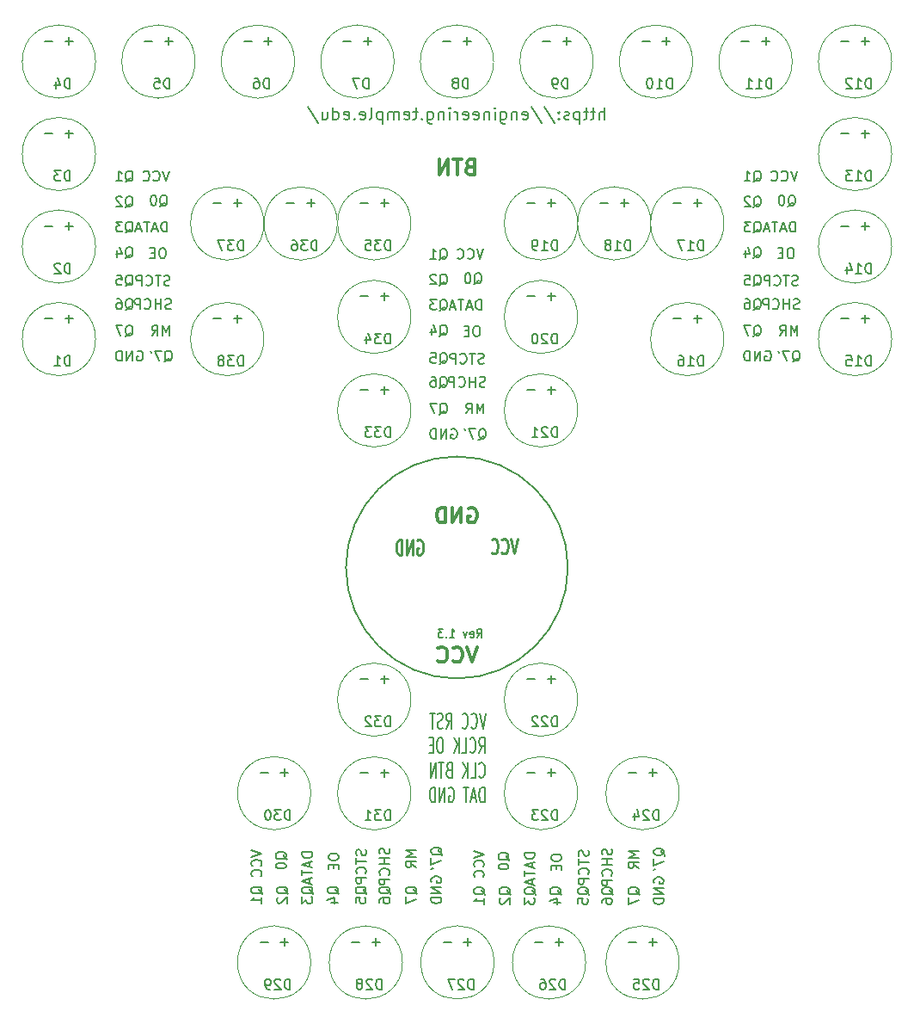
<source format=gbr>
G04 #@! TF.GenerationSoftware,KiCad,Pcbnew,(5.0.0)*
G04 #@! TF.CreationDate,2019-01-20T21:11:23-05:00*
G04 #@! TF.ProjectId,MiniTempleT,4D696E6954656D706C65542E6B696361,rev?*
G04 #@! TF.SameCoordinates,Original*
G04 #@! TF.FileFunction,Legend,Bot*
G04 #@! TF.FilePolarity,Positive*
%FSLAX46Y46*%
G04 Gerber Fmt 4.6, Leading zero omitted, Abs format (unit mm)*
G04 Created by KiCad (PCBNEW (5.0.0)) date 01/20/19 21:11:23*
%MOMM*%
%LPD*%
G01*
G04 APERTURE LIST*
%ADD10C,0.200000*%
%ADD11C,0.250000*%
%ADD12C,0.300000*%
%ADD13C,0.175000*%
%ADD14C,0.100000*%
%ADD15C,0.150000*%
G04 APERTURE END LIST*
D10*
X185742857Y-63642857D02*
X185742857Y-62442857D01*
X185228571Y-63642857D02*
X185228571Y-63014285D01*
X185285714Y-62900000D01*
X185400000Y-62842857D01*
X185571428Y-62842857D01*
X185685714Y-62900000D01*
X185742857Y-62957142D01*
X184828571Y-62842857D02*
X184371428Y-62842857D01*
X184657142Y-62442857D02*
X184657142Y-63471428D01*
X184600000Y-63585714D01*
X184485714Y-63642857D01*
X184371428Y-63642857D01*
X184142857Y-62842857D02*
X183685714Y-62842857D01*
X183971428Y-62442857D02*
X183971428Y-63471428D01*
X183914285Y-63585714D01*
X183800000Y-63642857D01*
X183685714Y-63642857D01*
X183285714Y-62842857D02*
X183285714Y-64042857D01*
X183285714Y-62900000D02*
X183171428Y-62842857D01*
X182942857Y-62842857D01*
X182828571Y-62900000D01*
X182771428Y-62957142D01*
X182714285Y-63071428D01*
X182714285Y-63414285D01*
X182771428Y-63528571D01*
X182828571Y-63585714D01*
X182942857Y-63642857D01*
X183171428Y-63642857D01*
X183285714Y-63585714D01*
X182257142Y-63585714D02*
X182142857Y-63642857D01*
X181914285Y-63642857D01*
X181800000Y-63585714D01*
X181742857Y-63471428D01*
X181742857Y-63414285D01*
X181800000Y-63300000D01*
X181914285Y-63242857D01*
X182085714Y-63242857D01*
X182200000Y-63185714D01*
X182257142Y-63071428D01*
X182257142Y-63014285D01*
X182200000Y-62900000D01*
X182085714Y-62842857D01*
X181914285Y-62842857D01*
X181800000Y-62900000D01*
X181228571Y-63528571D02*
X181171428Y-63585714D01*
X181228571Y-63642857D01*
X181285714Y-63585714D01*
X181228571Y-63528571D01*
X181228571Y-63642857D01*
X181228571Y-62900000D02*
X181171428Y-62957142D01*
X181228571Y-63014285D01*
X181285714Y-62957142D01*
X181228571Y-62900000D01*
X181228571Y-63014285D01*
X179800000Y-62385714D02*
X180828571Y-63928571D01*
X178542857Y-62385714D02*
X179571428Y-63928571D01*
X177685714Y-63585714D02*
X177800000Y-63642857D01*
X178028571Y-63642857D01*
X178142857Y-63585714D01*
X178200000Y-63471428D01*
X178200000Y-63014285D01*
X178142857Y-62900000D01*
X178028571Y-62842857D01*
X177800000Y-62842857D01*
X177685714Y-62900000D01*
X177628571Y-63014285D01*
X177628571Y-63128571D01*
X178200000Y-63242857D01*
X177114285Y-62842857D02*
X177114285Y-63642857D01*
X177114285Y-62957142D02*
X177057142Y-62900000D01*
X176942857Y-62842857D01*
X176771428Y-62842857D01*
X176657142Y-62900000D01*
X176600000Y-63014285D01*
X176600000Y-63642857D01*
X175514285Y-62842857D02*
X175514285Y-63814285D01*
X175571428Y-63928571D01*
X175628571Y-63985714D01*
X175742857Y-64042857D01*
X175914285Y-64042857D01*
X176028571Y-63985714D01*
X175514285Y-63585714D02*
X175628571Y-63642857D01*
X175857142Y-63642857D01*
X175971428Y-63585714D01*
X176028571Y-63528571D01*
X176085714Y-63414285D01*
X176085714Y-63071428D01*
X176028571Y-62957142D01*
X175971428Y-62900000D01*
X175857142Y-62842857D01*
X175628571Y-62842857D01*
X175514285Y-62900000D01*
X174942857Y-63642857D02*
X174942857Y-62842857D01*
X174942857Y-62442857D02*
X175000000Y-62500000D01*
X174942857Y-62557142D01*
X174885714Y-62500000D01*
X174942857Y-62442857D01*
X174942857Y-62557142D01*
X174371428Y-62842857D02*
X174371428Y-63642857D01*
X174371428Y-62957142D02*
X174314285Y-62900000D01*
X174200000Y-62842857D01*
X174028571Y-62842857D01*
X173914285Y-62900000D01*
X173857142Y-63014285D01*
X173857142Y-63642857D01*
X172828571Y-63585714D02*
X172942857Y-63642857D01*
X173171428Y-63642857D01*
X173285714Y-63585714D01*
X173342857Y-63471428D01*
X173342857Y-63014285D01*
X173285714Y-62900000D01*
X173171428Y-62842857D01*
X172942857Y-62842857D01*
X172828571Y-62900000D01*
X172771428Y-63014285D01*
X172771428Y-63128571D01*
X173342857Y-63242857D01*
X171800000Y-63585714D02*
X171914285Y-63642857D01*
X172142857Y-63642857D01*
X172257142Y-63585714D01*
X172314285Y-63471428D01*
X172314285Y-63014285D01*
X172257142Y-62900000D01*
X172142857Y-62842857D01*
X171914285Y-62842857D01*
X171800000Y-62900000D01*
X171742857Y-63014285D01*
X171742857Y-63128571D01*
X172314285Y-63242857D01*
X171228571Y-63642857D02*
X171228571Y-62842857D01*
X171228571Y-63071428D02*
X171171428Y-62957142D01*
X171114285Y-62900000D01*
X171000000Y-62842857D01*
X170885714Y-62842857D01*
X170485714Y-63642857D02*
X170485714Y-62842857D01*
X170485714Y-62442857D02*
X170542857Y-62500000D01*
X170485714Y-62557142D01*
X170428571Y-62500000D01*
X170485714Y-62442857D01*
X170485714Y-62557142D01*
X169914285Y-62842857D02*
X169914285Y-63642857D01*
X169914285Y-62957142D02*
X169857142Y-62900000D01*
X169742857Y-62842857D01*
X169571428Y-62842857D01*
X169457142Y-62900000D01*
X169400000Y-63014285D01*
X169400000Y-63642857D01*
X168314285Y-62842857D02*
X168314285Y-63814285D01*
X168371428Y-63928571D01*
X168428571Y-63985714D01*
X168542857Y-64042857D01*
X168714285Y-64042857D01*
X168828571Y-63985714D01*
X168314285Y-63585714D02*
X168428571Y-63642857D01*
X168657142Y-63642857D01*
X168771428Y-63585714D01*
X168828571Y-63528571D01*
X168885714Y-63414285D01*
X168885714Y-63071428D01*
X168828571Y-62957142D01*
X168771428Y-62900000D01*
X168657142Y-62842857D01*
X168428571Y-62842857D01*
X168314285Y-62900000D01*
X167742857Y-63528571D02*
X167685714Y-63585714D01*
X167742857Y-63642857D01*
X167800000Y-63585714D01*
X167742857Y-63528571D01*
X167742857Y-63642857D01*
X167342857Y-62842857D02*
X166885714Y-62842857D01*
X167171428Y-62442857D02*
X167171428Y-63471428D01*
X167114285Y-63585714D01*
X167000000Y-63642857D01*
X166885714Y-63642857D01*
X166028571Y-63585714D02*
X166142857Y-63642857D01*
X166371428Y-63642857D01*
X166485714Y-63585714D01*
X166542857Y-63471428D01*
X166542857Y-63014285D01*
X166485714Y-62900000D01*
X166371428Y-62842857D01*
X166142857Y-62842857D01*
X166028571Y-62900000D01*
X165971428Y-63014285D01*
X165971428Y-63128571D01*
X166542857Y-63242857D01*
X165457142Y-63642857D02*
X165457142Y-62842857D01*
X165457142Y-62957142D02*
X165400000Y-62900000D01*
X165285714Y-62842857D01*
X165114285Y-62842857D01*
X165000000Y-62900000D01*
X164942857Y-63014285D01*
X164942857Y-63642857D01*
X164942857Y-63014285D02*
X164885714Y-62900000D01*
X164771428Y-62842857D01*
X164600000Y-62842857D01*
X164485714Y-62900000D01*
X164428571Y-63014285D01*
X164428571Y-63642857D01*
X163857142Y-62842857D02*
X163857142Y-64042857D01*
X163857142Y-62900000D02*
X163742857Y-62842857D01*
X163514285Y-62842857D01*
X163400000Y-62900000D01*
X163342857Y-62957142D01*
X163285714Y-63071428D01*
X163285714Y-63414285D01*
X163342857Y-63528571D01*
X163400000Y-63585714D01*
X163514285Y-63642857D01*
X163742857Y-63642857D01*
X163857142Y-63585714D01*
X162600000Y-63642857D02*
X162714285Y-63585714D01*
X162771428Y-63471428D01*
X162771428Y-62442857D01*
X161685714Y-63585714D02*
X161800000Y-63642857D01*
X162028571Y-63642857D01*
X162142857Y-63585714D01*
X162200000Y-63471428D01*
X162200000Y-63014285D01*
X162142857Y-62900000D01*
X162028571Y-62842857D01*
X161800000Y-62842857D01*
X161685714Y-62900000D01*
X161628571Y-63014285D01*
X161628571Y-63128571D01*
X162200000Y-63242857D01*
X161114285Y-63528571D02*
X161057142Y-63585714D01*
X161114285Y-63642857D01*
X161171428Y-63585714D01*
X161114285Y-63528571D01*
X161114285Y-63642857D01*
X160085714Y-63585714D02*
X160200000Y-63642857D01*
X160428571Y-63642857D01*
X160542857Y-63585714D01*
X160600000Y-63471428D01*
X160600000Y-63014285D01*
X160542857Y-62900000D01*
X160428571Y-62842857D01*
X160200000Y-62842857D01*
X160085714Y-62900000D01*
X160028571Y-63014285D01*
X160028571Y-63128571D01*
X160600000Y-63242857D01*
X159000000Y-63642857D02*
X159000000Y-62442857D01*
X159000000Y-63585714D02*
X159114285Y-63642857D01*
X159342857Y-63642857D01*
X159457142Y-63585714D01*
X159514285Y-63528571D01*
X159571428Y-63414285D01*
X159571428Y-63071428D01*
X159514285Y-62957142D01*
X159457142Y-62900000D01*
X159342857Y-62842857D01*
X159114285Y-62842857D01*
X159000000Y-62900000D01*
X157914285Y-62842857D02*
X157914285Y-63642857D01*
X158428571Y-62842857D02*
X158428571Y-63471428D01*
X158371428Y-63585714D01*
X158257142Y-63642857D01*
X158085714Y-63642857D01*
X157971428Y-63585714D01*
X157914285Y-63528571D01*
X156485714Y-62385714D02*
X157514285Y-63928571D01*
X173157142Y-114561904D02*
X173423809Y-114180952D01*
X173614285Y-114561904D02*
X173614285Y-113761904D01*
X173309523Y-113761904D01*
X173233333Y-113800000D01*
X173195238Y-113838095D01*
X173157142Y-113914285D01*
X173157142Y-114028571D01*
X173195238Y-114104761D01*
X173233333Y-114142857D01*
X173309523Y-114180952D01*
X173614285Y-114180952D01*
X172509523Y-114523809D02*
X172585714Y-114561904D01*
X172738095Y-114561904D01*
X172814285Y-114523809D01*
X172852380Y-114447619D01*
X172852380Y-114142857D01*
X172814285Y-114066666D01*
X172738095Y-114028571D01*
X172585714Y-114028571D01*
X172509523Y-114066666D01*
X172471428Y-114142857D01*
X172471428Y-114219047D01*
X172852380Y-114295238D01*
X172204761Y-114028571D02*
X172014285Y-114561904D01*
X171823809Y-114028571D01*
X170490476Y-114561904D02*
X170947619Y-114561904D01*
X170719047Y-114561904D02*
X170719047Y-113761904D01*
X170795238Y-113876190D01*
X170871428Y-113952380D01*
X170947619Y-113990476D01*
X170147619Y-114485714D02*
X170109523Y-114523809D01*
X170147619Y-114561904D01*
X170185714Y-114523809D01*
X170147619Y-114485714D01*
X170147619Y-114561904D01*
X169842857Y-113761904D02*
X169347619Y-113761904D01*
X169614285Y-114066666D01*
X169500000Y-114066666D01*
X169423809Y-114104761D01*
X169385714Y-114142857D01*
X169347619Y-114219047D01*
X169347619Y-114409523D01*
X169385714Y-114485714D01*
X169423809Y-114523809D01*
X169500000Y-114561904D01*
X169728571Y-114561904D01*
X169804761Y-114523809D01*
X169842857Y-114485714D01*
D11*
X177168404Y-104842571D02*
X176835071Y-106342571D01*
X176501738Y-104842571D01*
X175596976Y-106199714D02*
X175644595Y-106271142D01*
X175787452Y-106342571D01*
X175882690Y-106342571D01*
X176025547Y-106271142D01*
X176120785Y-106128285D01*
X176168404Y-105985428D01*
X176216023Y-105699714D01*
X176216023Y-105485428D01*
X176168404Y-105199714D01*
X176120785Y-105056857D01*
X176025547Y-104914000D01*
X175882690Y-104842571D01*
X175787452Y-104842571D01*
X175644595Y-104914000D01*
X175596976Y-104985428D01*
X174596976Y-106199714D02*
X174644595Y-106271142D01*
X174787452Y-106342571D01*
X174882690Y-106342571D01*
X175025547Y-106271142D01*
X175120785Y-106128285D01*
X175168404Y-105985428D01*
X175216023Y-105699714D01*
X175216023Y-105485428D01*
X175168404Y-105199714D01*
X175120785Y-105056857D01*
X175025547Y-104914000D01*
X174882690Y-104842571D01*
X174787452Y-104842571D01*
X174644595Y-104914000D01*
X174596976Y-104985428D01*
D12*
X172466320Y-68264577D02*
X172252034Y-68336005D01*
X172180605Y-68407434D01*
X172109177Y-68550291D01*
X172109177Y-68764577D01*
X172180605Y-68907434D01*
X172252034Y-68978862D01*
X172394891Y-69050291D01*
X172966320Y-69050291D01*
X172966320Y-67550291D01*
X172466320Y-67550291D01*
X172323462Y-67621720D01*
X172252034Y-67693148D01*
X172180605Y-67836005D01*
X172180605Y-67978862D01*
X172252034Y-68121720D01*
X172323462Y-68193148D01*
X172466320Y-68264577D01*
X172966320Y-68264577D01*
X171680605Y-67550291D02*
X170823462Y-67550291D01*
X171252034Y-69050291D02*
X171252034Y-67550291D01*
X170323462Y-69050291D02*
X170323462Y-67550291D01*
X169466320Y-69050291D01*
X169466320Y-67550291D01*
D13*
X174044535Y-122033071D02*
X173744535Y-123533071D01*
X173444535Y-122033071D01*
X172630250Y-123390214D02*
X172673107Y-123461642D01*
X172801678Y-123533071D01*
X172887392Y-123533071D01*
X173015964Y-123461642D01*
X173101678Y-123318785D01*
X173144535Y-123175928D01*
X173187392Y-122890214D01*
X173187392Y-122675928D01*
X173144535Y-122390214D01*
X173101678Y-122247357D01*
X173015964Y-122104500D01*
X172887392Y-122033071D01*
X172801678Y-122033071D01*
X172673107Y-122104500D01*
X172630250Y-122175928D01*
X171730250Y-123390214D02*
X171773107Y-123461642D01*
X171901678Y-123533071D01*
X171987392Y-123533071D01*
X172115964Y-123461642D01*
X172201678Y-123318785D01*
X172244535Y-123175928D01*
X172287392Y-122890214D01*
X172287392Y-122675928D01*
X172244535Y-122390214D01*
X172201678Y-122247357D01*
X172115964Y-122104500D01*
X171987392Y-122033071D01*
X171901678Y-122033071D01*
X171773107Y-122104500D01*
X171730250Y-122175928D01*
X170144535Y-123533071D02*
X170444535Y-122818785D01*
X170658821Y-123533071D02*
X170658821Y-122033071D01*
X170315964Y-122033071D01*
X170230250Y-122104500D01*
X170187392Y-122175928D01*
X170144535Y-122318785D01*
X170144535Y-122533071D01*
X170187392Y-122675928D01*
X170230250Y-122747357D01*
X170315964Y-122818785D01*
X170658821Y-122818785D01*
X169801678Y-123461642D02*
X169673107Y-123533071D01*
X169458821Y-123533071D01*
X169373107Y-123461642D01*
X169330250Y-123390214D01*
X169287392Y-123247357D01*
X169287392Y-123104500D01*
X169330250Y-122961642D01*
X169373107Y-122890214D01*
X169458821Y-122818785D01*
X169630250Y-122747357D01*
X169715964Y-122675928D01*
X169758821Y-122604500D01*
X169801678Y-122461642D01*
X169801678Y-122318785D01*
X169758821Y-122175928D01*
X169715964Y-122104500D01*
X169630250Y-122033071D01*
X169415964Y-122033071D01*
X169287392Y-122104500D01*
X169030250Y-122033071D02*
X168515964Y-122033071D01*
X168773107Y-123533071D02*
X168773107Y-122033071D01*
X173401678Y-125958071D02*
X173701678Y-125243785D01*
X173915964Y-125958071D02*
X173915964Y-124458071D01*
X173573107Y-124458071D01*
X173487392Y-124529500D01*
X173444535Y-124600928D01*
X173401678Y-124743785D01*
X173401678Y-124958071D01*
X173444535Y-125100928D01*
X173487392Y-125172357D01*
X173573107Y-125243785D01*
X173915964Y-125243785D01*
X172501678Y-125815214D02*
X172544535Y-125886642D01*
X172673107Y-125958071D01*
X172758821Y-125958071D01*
X172887392Y-125886642D01*
X172973107Y-125743785D01*
X173015964Y-125600928D01*
X173058821Y-125315214D01*
X173058821Y-125100928D01*
X173015964Y-124815214D01*
X172973107Y-124672357D01*
X172887392Y-124529500D01*
X172758821Y-124458071D01*
X172673107Y-124458071D01*
X172544535Y-124529500D01*
X172501678Y-124600928D01*
X171687392Y-125958071D02*
X172115964Y-125958071D01*
X172115964Y-124458071D01*
X171387392Y-125958071D02*
X171387392Y-124458071D01*
X170873107Y-125958071D02*
X171258821Y-125100928D01*
X170873107Y-124458071D02*
X171387392Y-125315214D01*
X169630250Y-124458071D02*
X169458821Y-124458071D01*
X169373107Y-124529500D01*
X169287392Y-124672357D01*
X169244535Y-124958071D01*
X169244535Y-125458071D01*
X169287392Y-125743785D01*
X169373107Y-125886642D01*
X169458821Y-125958071D01*
X169630250Y-125958071D01*
X169715964Y-125886642D01*
X169801678Y-125743785D01*
X169844535Y-125458071D01*
X169844535Y-124958071D01*
X169801678Y-124672357D01*
X169715964Y-124529500D01*
X169630250Y-124458071D01*
X168858821Y-125172357D02*
X168558821Y-125172357D01*
X168430250Y-125958071D02*
X168858821Y-125958071D01*
X168858821Y-124458071D01*
X168430250Y-124458071D01*
X173401678Y-128240214D02*
X173444535Y-128311642D01*
X173573107Y-128383071D01*
X173658821Y-128383071D01*
X173787392Y-128311642D01*
X173873107Y-128168785D01*
X173915964Y-128025928D01*
X173958821Y-127740214D01*
X173958821Y-127525928D01*
X173915964Y-127240214D01*
X173873107Y-127097357D01*
X173787392Y-126954500D01*
X173658821Y-126883071D01*
X173573107Y-126883071D01*
X173444535Y-126954500D01*
X173401678Y-127025928D01*
X172587392Y-128383071D02*
X173015964Y-128383071D01*
X173015964Y-126883071D01*
X172287392Y-128383071D02*
X172287392Y-126883071D01*
X171773107Y-128383071D02*
X172158821Y-127525928D01*
X171773107Y-126883071D02*
X172287392Y-127740214D01*
X170401678Y-127597357D02*
X170273107Y-127668785D01*
X170230250Y-127740214D01*
X170187392Y-127883071D01*
X170187392Y-128097357D01*
X170230250Y-128240214D01*
X170273107Y-128311642D01*
X170358821Y-128383071D01*
X170701678Y-128383071D01*
X170701678Y-126883071D01*
X170401678Y-126883071D01*
X170315964Y-126954500D01*
X170273107Y-127025928D01*
X170230250Y-127168785D01*
X170230250Y-127311642D01*
X170273107Y-127454500D01*
X170315964Y-127525928D01*
X170401678Y-127597357D01*
X170701678Y-127597357D01*
X169930250Y-126883071D02*
X169415964Y-126883071D01*
X169673107Y-128383071D02*
X169673107Y-126883071D01*
X169115964Y-128383071D02*
X169115964Y-126883071D01*
X168601678Y-128383071D01*
X168601678Y-126883071D01*
X173915964Y-130808071D02*
X173915964Y-129308071D01*
X173701678Y-129308071D01*
X173573107Y-129379500D01*
X173487392Y-129522357D01*
X173444535Y-129665214D01*
X173401678Y-129950928D01*
X173401678Y-130165214D01*
X173444535Y-130450928D01*
X173487392Y-130593785D01*
X173573107Y-130736642D01*
X173701678Y-130808071D01*
X173915964Y-130808071D01*
X173058821Y-130379500D02*
X172630250Y-130379500D01*
X173144535Y-130808071D02*
X172844535Y-129308071D01*
X172544535Y-130808071D01*
X172373107Y-129308071D02*
X171858821Y-129308071D01*
X172115964Y-130808071D02*
X172115964Y-129308071D01*
X170401678Y-129379500D02*
X170487392Y-129308071D01*
X170615964Y-129308071D01*
X170744535Y-129379500D01*
X170830250Y-129522357D01*
X170873107Y-129665214D01*
X170915964Y-129950928D01*
X170915964Y-130165214D01*
X170873107Y-130450928D01*
X170830250Y-130593785D01*
X170744535Y-130736642D01*
X170615964Y-130808071D01*
X170530250Y-130808071D01*
X170401678Y-130736642D01*
X170358821Y-130665214D01*
X170358821Y-130165214D01*
X170530250Y-130165214D01*
X169973107Y-130808071D02*
X169973107Y-129308071D01*
X169458821Y-130808071D01*
X169458821Y-129308071D01*
X169030250Y-130808071D02*
X169030250Y-129308071D01*
X168815964Y-129308071D01*
X168687392Y-129379500D01*
X168601678Y-129522357D01*
X168558821Y-129665214D01*
X168515964Y-129950928D01*
X168515964Y-130165214D01*
X168558821Y-130450928D01*
X168601678Y-130593785D01*
X168687392Y-130736642D01*
X168815964Y-130808071D01*
X169030250Y-130808071D01*
D12*
X173196000Y-115510571D02*
X172696000Y-117010571D01*
X172196000Y-115510571D01*
X170838857Y-116867714D02*
X170910285Y-116939142D01*
X171124571Y-117010571D01*
X171267428Y-117010571D01*
X171481714Y-116939142D01*
X171624571Y-116796285D01*
X171696000Y-116653428D01*
X171767428Y-116367714D01*
X171767428Y-116153428D01*
X171696000Y-115867714D01*
X171624571Y-115724857D01*
X171481714Y-115582000D01*
X171267428Y-115510571D01*
X171124571Y-115510571D01*
X170910285Y-115582000D01*
X170838857Y-115653428D01*
X169338857Y-116867714D02*
X169410285Y-116939142D01*
X169624571Y-117010571D01*
X169767428Y-117010571D01*
X169981714Y-116939142D01*
X170124571Y-116796285D01*
X170196000Y-116653428D01*
X170267428Y-116367714D01*
X170267428Y-116153428D01*
X170196000Y-115867714D01*
X170124571Y-115724857D01*
X169981714Y-115582000D01*
X169767428Y-115510571D01*
X169624571Y-115510571D01*
X169410285Y-115582000D01*
X169338857Y-115653428D01*
X172338857Y-101866000D02*
X172481714Y-101794571D01*
X172696000Y-101794571D01*
X172910285Y-101866000D01*
X173053142Y-102008857D01*
X173124571Y-102151714D01*
X173196000Y-102437428D01*
X173196000Y-102651714D01*
X173124571Y-102937428D01*
X173053142Y-103080285D01*
X172910285Y-103223142D01*
X172696000Y-103294571D01*
X172553142Y-103294571D01*
X172338857Y-103223142D01*
X172267428Y-103151714D01*
X172267428Y-102651714D01*
X172553142Y-102651714D01*
X171624571Y-103294571D02*
X171624571Y-101794571D01*
X170767428Y-103294571D01*
X170767428Y-101794571D01*
X170053142Y-103294571D02*
X170053142Y-101794571D01*
X169696000Y-101794571D01*
X169481714Y-101866000D01*
X169338857Y-102008857D01*
X169267428Y-102151714D01*
X169196000Y-102437428D01*
X169196000Y-102651714D01*
X169267428Y-102937428D01*
X169338857Y-103080285D01*
X169481714Y-103223142D01*
X169696000Y-103294571D01*
X170053142Y-103294571D01*
D10*
X182120953Y-107696000D02*
G75*
G03X182120953Y-107696000I-10924953J0D01*
G01*
D11*
X167294214Y-105041000D02*
X167389452Y-104969571D01*
X167532309Y-104969571D01*
X167675166Y-105041000D01*
X167770404Y-105183857D01*
X167818023Y-105326714D01*
X167865642Y-105612428D01*
X167865642Y-105826714D01*
X167818023Y-106112428D01*
X167770404Y-106255285D01*
X167675166Y-106398142D01*
X167532309Y-106469571D01*
X167437071Y-106469571D01*
X167294214Y-106398142D01*
X167246595Y-106326714D01*
X167246595Y-105826714D01*
X167437071Y-105826714D01*
X166818023Y-106469571D02*
X166818023Y-104969571D01*
X166246595Y-106469571D01*
X166246595Y-104969571D01*
X165770404Y-106469571D02*
X165770404Y-104969571D01*
X165532309Y-104969571D01*
X165389452Y-105041000D01*
X165294214Y-105183857D01*
X165246595Y-105326714D01*
X165198976Y-105612428D01*
X165198976Y-105826714D01*
X165246595Y-106112428D01*
X165294214Y-106255285D01*
X165389452Y-106398142D01*
X165532309Y-106469571D01*
X165770404Y-106469571D01*
D14*
G04 #@! TO.C,D1*
X135610600Y-85217000D02*
G75*
G03X135610600Y-85217000I-3606800J0D01*
G01*
G04 #@! TO.C,D2*
X135610600Y-76117000D02*
G75*
G03X135610600Y-76117000I-3606800J0D01*
G01*
G04 #@! TO.C,D3*
X135610600Y-67017000D02*
G75*
G03X135610600Y-67017000I-3606800J0D01*
G01*
G04 #@! TO.C,D4*
X135610600Y-57917000D02*
G75*
G03X135610600Y-57917000I-3606800J0D01*
G01*
G04 #@! TO.C,D5*
X145410600Y-57917000D02*
G75*
G03X145410600Y-57917000I-3606800J0D01*
G01*
G04 #@! TO.C,D6*
X155210600Y-57917000D02*
G75*
G03X155210600Y-57917000I-3606800J0D01*
G01*
G04 #@! TO.C,D7*
X165010600Y-57917000D02*
G75*
G03X165010600Y-57917000I-3606800J0D01*
G01*
G04 #@! TO.C,D8*
X174810600Y-57917000D02*
G75*
G03X174810600Y-57917000I-3606800J0D01*
G01*
G04 #@! TO.C,D9*
X184610600Y-57917000D02*
G75*
G03X184610600Y-57917000I-3606800J0D01*
G01*
G04 #@! TO.C,D10*
X194410600Y-57917000D02*
G75*
G03X194410600Y-57917000I-3606800J0D01*
G01*
G04 #@! TO.C,D11*
X204210600Y-57917000D02*
G75*
G03X204210600Y-57917000I-3606800J0D01*
G01*
G04 #@! TO.C,D12*
X214010600Y-57917000D02*
G75*
G03X214010600Y-57917000I-3606800J0D01*
G01*
G04 #@! TO.C,D13*
X214010600Y-67017000D02*
G75*
G03X214010600Y-67017000I-3606800J0D01*
G01*
G04 #@! TO.C,D14*
X214010600Y-76117000D02*
G75*
G03X214010600Y-76117000I-3606800J0D01*
G01*
G04 #@! TO.C,D15*
X214010600Y-85217000D02*
G75*
G03X214010600Y-85217000I-3606800J0D01*
G01*
G04 #@! TO.C,D16*
X197484600Y-85217000D02*
G75*
G03X197484600Y-85217000I-3606800J0D01*
G01*
G04 #@! TO.C,D17*
X197484600Y-73837800D02*
G75*
G03X197484600Y-73837800I-3606800J0D01*
G01*
G04 #@! TO.C,D18*
X190296600Y-73837800D02*
G75*
G03X190296600Y-73837800I-3606800J0D01*
G01*
G04 #@! TO.C,D19*
X183083600Y-73837800D02*
G75*
G03X183083600Y-73837800I-3606800J0D01*
G01*
G04 #@! TO.C,D20*
X183083600Y-83037800D02*
G75*
G03X183083600Y-83037800I-3606800J0D01*
G01*
G04 #@! TO.C,D21*
X183083600Y-92237800D02*
G75*
G03X183083600Y-92237800I-3606800J0D01*
G01*
G04 #@! TO.C,D22*
X183083600Y-120699000D02*
G75*
G03X183083600Y-120699000I-3606800J0D01*
G01*
G04 #@! TO.C,D23*
X183083600Y-129899000D02*
G75*
G03X183083600Y-129899000I-3606800J0D01*
G01*
G04 #@! TO.C,D24*
X193083600Y-129899000D02*
G75*
G03X193083600Y-129899000I-3606800J0D01*
G01*
G04 #@! TO.C,D25*
X193077600Y-146558000D02*
G75*
G03X193077600Y-146558000I-3606800J0D01*
G01*
G04 #@! TO.C,D26*
X183877600Y-146558000D02*
G75*
G03X183877600Y-146558000I-3606800J0D01*
G01*
G04 #@! TO.C,D27*
X174853600Y-146558000D02*
G75*
G03X174853600Y-146558000I-3606800J0D01*
G01*
G04 #@! TO.C,D28*
X165829600Y-146558000D02*
G75*
G03X165829600Y-146558000I-3606800J0D01*
G01*
G04 #@! TO.C,D29*
X156804600Y-146558000D02*
G75*
G03X156804600Y-146558000I-3606800J0D01*
G01*
G04 #@! TO.C,D30*
X156804600Y-129899000D02*
G75*
G03X156804600Y-129899000I-3606800J0D01*
G01*
G04 #@! TO.C,D31*
X166661600Y-129921000D02*
G75*
G03X166661600Y-129921000I-3606800J0D01*
G01*
G04 #@! TO.C,D32*
X166661600Y-120699000D02*
G75*
G03X166661600Y-120699000I-3606800J0D01*
G01*
G04 #@! TO.C,D33*
X166661600Y-92237800D02*
G75*
G03X166661600Y-92237800I-3606800J0D01*
G01*
G04 #@! TO.C,D34*
X166661600Y-83037800D02*
G75*
G03X166661600Y-83037800I-3606800J0D01*
G01*
G04 #@! TO.C,D35*
X166661600Y-73837800D02*
G75*
G03X166661600Y-73837800I-3606800J0D01*
G01*
G04 #@! TO.C,D36*
X159423600Y-73850500D02*
G75*
G03X159423600Y-73850500I-3606800J0D01*
G01*
G04 #@! TO.C,D37*
X152183600Y-73850500D02*
G75*
G03X152183600Y-73850500I-3606800J0D01*
G01*
G04 #@! TO.C,D38*
X152183600Y-85217000D02*
G75*
G03X152183600Y-85217000I-3606800J0D01*
G01*
G04 #@! TO.C,D1*
D15*
X133097495Y-87853780D02*
X133097495Y-86853780D01*
X132859400Y-86853780D01*
X132716542Y-86901400D01*
X132621304Y-86996638D01*
X132573685Y-87091876D01*
X132526066Y-87282352D01*
X132526066Y-87425209D01*
X132573685Y-87615685D01*
X132621304Y-87710923D01*
X132716542Y-87806161D01*
X132859400Y-87853780D01*
X133097495Y-87853780D01*
X131573685Y-87853780D02*
X132145114Y-87853780D01*
X131859400Y-87853780D02*
X131859400Y-86853780D01*
X131954638Y-86996638D01*
X132049876Y-87091876D01*
X132145114Y-87139495D01*
X133384752Y-83205628D02*
X132622847Y-83205628D01*
X133003800Y-83586580D02*
X133003800Y-82824676D01*
X131384752Y-83205628D02*
X130622847Y-83205628D01*
G04 #@! TO.C,D2*
X133097495Y-78753780D02*
X133097495Y-77753780D01*
X132859400Y-77753780D01*
X132716542Y-77801400D01*
X132621304Y-77896638D01*
X132573685Y-77991876D01*
X132526066Y-78182352D01*
X132526066Y-78325209D01*
X132573685Y-78515685D01*
X132621304Y-78610923D01*
X132716542Y-78706161D01*
X132859400Y-78753780D01*
X133097495Y-78753780D01*
X132145114Y-77849019D02*
X132097495Y-77801400D01*
X132002257Y-77753780D01*
X131764161Y-77753780D01*
X131668923Y-77801400D01*
X131621304Y-77849019D01*
X131573685Y-77944257D01*
X131573685Y-78039495D01*
X131621304Y-78182352D01*
X132192733Y-78753780D01*
X131573685Y-78753780D01*
X133384752Y-74105628D02*
X132622847Y-74105628D01*
X133003800Y-74486580D02*
X133003800Y-73724676D01*
X131384752Y-74105628D02*
X130622847Y-74105628D01*
G04 #@! TO.C,D3*
X133097495Y-69653780D02*
X133097495Y-68653780D01*
X132859400Y-68653780D01*
X132716542Y-68701400D01*
X132621304Y-68796638D01*
X132573685Y-68891876D01*
X132526066Y-69082352D01*
X132526066Y-69225209D01*
X132573685Y-69415685D01*
X132621304Y-69510923D01*
X132716542Y-69606161D01*
X132859400Y-69653780D01*
X133097495Y-69653780D01*
X132192733Y-68653780D02*
X131573685Y-68653780D01*
X131907019Y-69034733D01*
X131764161Y-69034733D01*
X131668923Y-69082352D01*
X131621304Y-69129971D01*
X131573685Y-69225209D01*
X131573685Y-69463304D01*
X131621304Y-69558542D01*
X131668923Y-69606161D01*
X131764161Y-69653780D01*
X132049876Y-69653780D01*
X132145114Y-69606161D01*
X132192733Y-69558542D01*
X133384752Y-65005628D02*
X132622847Y-65005628D01*
X133003800Y-65386580D02*
X133003800Y-64624676D01*
X131384752Y-65005628D02*
X130622847Y-65005628D01*
G04 #@! TO.C,D4*
X133097495Y-60553780D02*
X133097495Y-59553780D01*
X132859400Y-59553780D01*
X132716542Y-59601400D01*
X132621304Y-59696638D01*
X132573685Y-59791876D01*
X132526066Y-59982352D01*
X132526066Y-60125209D01*
X132573685Y-60315685D01*
X132621304Y-60410923D01*
X132716542Y-60506161D01*
X132859400Y-60553780D01*
X133097495Y-60553780D01*
X131668923Y-59887114D02*
X131668923Y-60553780D01*
X131907019Y-59506161D02*
X132145114Y-60220447D01*
X131526066Y-60220447D01*
X133384752Y-55905628D02*
X132622847Y-55905628D01*
X133003800Y-56286580D02*
X133003800Y-55524676D01*
X131384752Y-55905628D02*
X130622847Y-55905628D01*
G04 #@! TO.C,D5*
X142897495Y-60553780D02*
X142897495Y-59553780D01*
X142659400Y-59553780D01*
X142516542Y-59601400D01*
X142421304Y-59696638D01*
X142373685Y-59791876D01*
X142326066Y-59982352D01*
X142326066Y-60125209D01*
X142373685Y-60315685D01*
X142421304Y-60410923D01*
X142516542Y-60506161D01*
X142659400Y-60553780D01*
X142897495Y-60553780D01*
X141421304Y-59553780D02*
X141897495Y-59553780D01*
X141945114Y-60029971D01*
X141897495Y-59982352D01*
X141802257Y-59934733D01*
X141564161Y-59934733D01*
X141468923Y-59982352D01*
X141421304Y-60029971D01*
X141373685Y-60125209D01*
X141373685Y-60363304D01*
X141421304Y-60458542D01*
X141468923Y-60506161D01*
X141564161Y-60553780D01*
X141802257Y-60553780D01*
X141897495Y-60506161D01*
X141945114Y-60458542D01*
X143184752Y-55905628D02*
X142422847Y-55905628D01*
X142803800Y-56286580D02*
X142803800Y-55524676D01*
X141184752Y-55905628D02*
X140422847Y-55905628D01*
G04 #@! TO.C,D6*
X152697495Y-60553780D02*
X152697495Y-59553780D01*
X152459400Y-59553780D01*
X152316542Y-59601400D01*
X152221304Y-59696638D01*
X152173685Y-59791876D01*
X152126066Y-59982352D01*
X152126066Y-60125209D01*
X152173685Y-60315685D01*
X152221304Y-60410923D01*
X152316542Y-60506161D01*
X152459400Y-60553780D01*
X152697495Y-60553780D01*
X151268923Y-59553780D02*
X151459400Y-59553780D01*
X151554638Y-59601400D01*
X151602257Y-59649019D01*
X151697495Y-59791876D01*
X151745114Y-59982352D01*
X151745114Y-60363304D01*
X151697495Y-60458542D01*
X151649876Y-60506161D01*
X151554638Y-60553780D01*
X151364161Y-60553780D01*
X151268923Y-60506161D01*
X151221304Y-60458542D01*
X151173685Y-60363304D01*
X151173685Y-60125209D01*
X151221304Y-60029971D01*
X151268923Y-59982352D01*
X151364161Y-59934733D01*
X151554638Y-59934733D01*
X151649876Y-59982352D01*
X151697495Y-60029971D01*
X151745114Y-60125209D01*
X152984752Y-55905628D02*
X152222847Y-55905628D01*
X152603800Y-56286580D02*
X152603800Y-55524676D01*
X150984752Y-55905628D02*
X150222847Y-55905628D01*
G04 #@! TO.C,D7*
X162497495Y-60553780D02*
X162497495Y-59553780D01*
X162259400Y-59553780D01*
X162116542Y-59601400D01*
X162021304Y-59696638D01*
X161973685Y-59791876D01*
X161926066Y-59982352D01*
X161926066Y-60125209D01*
X161973685Y-60315685D01*
X162021304Y-60410923D01*
X162116542Y-60506161D01*
X162259400Y-60553780D01*
X162497495Y-60553780D01*
X161592733Y-59553780D02*
X160926066Y-59553780D01*
X161354638Y-60553780D01*
X162784752Y-55905628D02*
X162022847Y-55905628D01*
X162403800Y-56286580D02*
X162403800Y-55524676D01*
X160784752Y-55905628D02*
X160022847Y-55905628D01*
G04 #@! TO.C,D8*
X172297495Y-60553780D02*
X172297495Y-59553780D01*
X172059400Y-59553780D01*
X171916542Y-59601400D01*
X171821304Y-59696638D01*
X171773685Y-59791876D01*
X171726066Y-59982352D01*
X171726066Y-60125209D01*
X171773685Y-60315685D01*
X171821304Y-60410923D01*
X171916542Y-60506161D01*
X172059400Y-60553780D01*
X172297495Y-60553780D01*
X171154638Y-59982352D02*
X171249876Y-59934733D01*
X171297495Y-59887114D01*
X171345114Y-59791876D01*
X171345114Y-59744257D01*
X171297495Y-59649019D01*
X171249876Y-59601400D01*
X171154638Y-59553780D01*
X170964161Y-59553780D01*
X170868923Y-59601400D01*
X170821304Y-59649019D01*
X170773685Y-59744257D01*
X170773685Y-59791876D01*
X170821304Y-59887114D01*
X170868923Y-59934733D01*
X170964161Y-59982352D01*
X171154638Y-59982352D01*
X171249876Y-60029971D01*
X171297495Y-60077590D01*
X171345114Y-60172828D01*
X171345114Y-60363304D01*
X171297495Y-60458542D01*
X171249876Y-60506161D01*
X171154638Y-60553780D01*
X170964161Y-60553780D01*
X170868923Y-60506161D01*
X170821304Y-60458542D01*
X170773685Y-60363304D01*
X170773685Y-60172828D01*
X170821304Y-60077590D01*
X170868923Y-60029971D01*
X170964161Y-59982352D01*
X172584752Y-55905628D02*
X171822847Y-55905628D01*
X172203800Y-56286580D02*
X172203800Y-55524676D01*
X170584752Y-55905628D02*
X169822847Y-55905628D01*
G04 #@! TO.C,D9*
X182097495Y-60553780D02*
X182097495Y-59553780D01*
X181859400Y-59553780D01*
X181716542Y-59601400D01*
X181621304Y-59696638D01*
X181573685Y-59791876D01*
X181526066Y-59982352D01*
X181526066Y-60125209D01*
X181573685Y-60315685D01*
X181621304Y-60410923D01*
X181716542Y-60506161D01*
X181859400Y-60553780D01*
X182097495Y-60553780D01*
X181049876Y-60553780D02*
X180859400Y-60553780D01*
X180764161Y-60506161D01*
X180716542Y-60458542D01*
X180621304Y-60315685D01*
X180573685Y-60125209D01*
X180573685Y-59744257D01*
X180621304Y-59649019D01*
X180668923Y-59601400D01*
X180764161Y-59553780D01*
X180954638Y-59553780D01*
X181049876Y-59601400D01*
X181097495Y-59649019D01*
X181145114Y-59744257D01*
X181145114Y-59982352D01*
X181097495Y-60077590D01*
X181049876Y-60125209D01*
X180954638Y-60172828D01*
X180764161Y-60172828D01*
X180668923Y-60125209D01*
X180621304Y-60077590D01*
X180573685Y-59982352D01*
X182384752Y-55905628D02*
X181622847Y-55905628D01*
X182003800Y-56286580D02*
X182003800Y-55524676D01*
X180384752Y-55905628D02*
X179622847Y-55905628D01*
G04 #@! TO.C,D10*
X192373685Y-60553780D02*
X192373685Y-59553780D01*
X192135590Y-59553780D01*
X191992733Y-59601400D01*
X191897495Y-59696638D01*
X191849876Y-59791876D01*
X191802257Y-59982352D01*
X191802257Y-60125209D01*
X191849876Y-60315685D01*
X191897495Y-60410923D01*
X191992733Y-60506161D01*
X192135590Y-60553780D01*
X192373685Y-60553780D01*
X190849876Y-60553780D02*
X191421304Y-60553780D01*
X191135590Y-60553780D02*
X191135590Y-59553780D01*
X191230828Y-59696638D01*
X191326066Y-59791876D01*
X191421304Y-59839495D01*
X190230828Y-59553780D02*
X190135590Y-59553780D01*
X190040352Y-59601400D01*
X189992733Y-59649019D01*
X189945114Y-59744257D01*
X189897495Y-59934733D01*
X189897495Y-60172828D01*
X189945114Y-60363304D01*
X189992733Y-60458542D01*
X190040352Y-60506161D01*
X190135590Y-60553780D01*
X190230828Y-60553780D01*
X190326066Y-60506161D01*
X190373685Y-60458542D01*
X190421304Y-60363304D01*
X190468923Y-60172828D01*
X190468923Y-59934733D01*
X190421304Y-59744257D01*
X190373685Y-59649019D01*
X190326066Y-59601400D01*
X190230828Y-59553780D01*
X192184752Y-55905628D02*
X191422847Y-55905628D01*
X191803800Y-56286580D02*
X191803800Y-55524676D01*
X190184752Y-55905628D02*
X189422847Y-55905628D01*
G04 #@! TO.C,D11*
X202173685Y-60553780D02*
X202173685Y-59553780D01*
X201935590Y-59553780D01*
X201792733Y-59601400D01*
X201697495Y-59696638D01*
X201649876Y-59791876D01*
X201602257Y-59982352D01*
X201602257Y-60125209D01*
X201649876Y-60315685D01*
X201697495Y-60410923D01*
X201792733Y-60506161D01*
X201935590Y-60553780D01*
X202173685Y-60553780D01*
X200649876Y-60553780D02*
X201221304Y-60553780D01*
X200935590Y-60553780D02*
X200935590Y-59553780D01*
X201030828Y-59696638D01*
X201126066Y-59791876D01*
X201221304Y-59839495D01*
X199697495Y-60553780D02*
X200268923Y-60553780D01*
X199983209Y-60553780D02*
X199983209Y-59553780D01*
X200078447Y-59696638D01*
X200173685Y-59791876D01*
X200268923Y-59839495D01*
X201984752Y-55905628D02*
X201222847Y-55905628D01*
X201603800Y-56286580D02*
X201603800Y-55524676D01*
X199984752Y-55905628D02*
X199222847Y-55905628D01*
G04 #@! TO.C,D12*
X211973685Y-60553780D02*
X211973685Y-59553780D01*
X211735590Y-59553780D01*
X211592733Y-59601400D01*
X211497495Y-59696638D01*
X211449876Y-59791876D01*
X211402257Y-59982352D01*
X211402257Y-60125209D01*
X211449876Y-60315685D01*
X211497495Y-60410923D01*
X211592733Y-60506161D01*
X211735590Y-60553780D01*
X211973685Y-60553780D01*
X210449876Y-60553780D02*
X211021304Y-60553780D01*
X210735590Y-60553780D02*
X210735590Y-59553780D01*
X210830828Y-59696638D01*
X210926066Y-59791876D01*
X211021304Y-59839495D01*
X210068923Y-59649019D02*
X210021304Y-59601400D01*
X209926066Y-59553780D01*
X209687971Y-59553780D01*
X209592733Y-59601400D01*
X209545114Y-59649019D01*
X209497495Y-59744257D01*
X209497495Y-59839495D01*
X209545114Y-59982352D01*
X210116542Y-60553780D01*
X209497495Y-60553780D01*
X211784752Y-55905628D02*
X211022847Y-55905628D01*
X211403800Y-56286580D02*
X211403800Y-55524676D01*
X209784752Y-55905628D02*
X209022847Y-55905628D01*
G04 #@! TO.C,D13*
X211973685Y-69653780D02*
X211973685Y-68653780D01*
X211735590Y-68653780D01*
X211592733Y-68701400D01*
X211497495Y-68796638D01*
X211449876Y-68891876D01*
X211402257Y-69082352D01*
X211402257Y-69225209D01*
X211449876Y-69415685D01*
X211497495Y-69510923D01*
X211592733Y-69606161D01*
X211735590Y-69653780D01*
X211973685Y-69653780D01*
X210449876Y-69653780D02*
X211021304Y-69653780D01*
X210735590Y-69653780D02*
X210735590Y-68653780D01*
X210830828Y-68796638D01*
X210926066Y-68891876D01*
X211021304Y-68939495D01*
X210116542Y-68653780D02*
X209497495Y-68653780D01*
X209830828Y-69034733D01*
X209687971Y-69034733D01*
X209592733Y-69082352D01*
X209545114Y-69129971D01*
X209497495Y-69225209D01*
X209497495Y-69463304D01*
X209545114Y-69558542D01*
X209592733Y-69606161D01*
X209687971Y-69653780D01*
X209973685Y-69653780D01*
X210068923Y-69606161D01*
X210116542Y-69558542D01*
X211784752Y-65005628D02*
X211022847Y-65005628D01*
X211403800Y-65386580D02*
X211403800Y-64624676D01*
X209784752Y-65005628D02*
X209022847Y-65005628D01*
G04 #@! TO.C,D14*
X211973685Y-78753780D02*
X211973685Y-77753780D01*
X211735590Y-77753780D01*
X211592733Y-77801400D01*
X211497495Y-77896638D01*
X211449876Y-77991876D01*
X211402257Y-78182352D01*
X211402257Y-78325209D01*
X211449876Y-78515685D01*
X211497495Y-78610923D01*
X211592733Y-78706161D01*
X211735590Y-78753780D01*
X211973685Y-78753780D01*
X210449876Y-78753780D02*
X211021304Y-78753780D01*
X210735590Y-78753780D02*
X210735590Y-77753780D01*
X210830828Y-77896638D01*
X210926066Y-77991876D01*
X211021304Y-78039495D01*
X209592733Y-78087114D02*
X209592733Y-78753780D01*
X209830828Y-77706161D02*
X210068923Y-78420447D01*
X209449876Y-78420447D01*
X211784752Y-74105628D02*
X211022847Y-74105628D01*
X211403800Y-74486580D02*
X211403800Y-73724676D01*
X209784752Y-74105628D02*
X209022847Y-74105628D01*
G04 #@! TO.C,D15*
X211973685Y-87853780D02*
X211973685Y-86853780D01*
X211735590Y-86853780D01*
X211592733Y-86901400D01*
X211497495Y-86996638D01*
X211449876Y-87091876D01*
X211402257Y-87282352D01*
X211402257Y-87425209D01*
X211449876Y-87615685D01*
X211497495Y-87710923D01*
X211592733Y-87806161D01*
X211735590Y-87853780D01*
X211973685Y-87853780D01*
X210449876Y-87853780D02*
X211021304Y-87853780D01*
X210735590Y-87853780D02*
X210735590Y-86853780D01*
X210830828Y-86996638D01*
X210926066Y-87091876D01*
X211021304Y-87139495D01*
X209545114Y-86853780D02*
X210021304Y-86853780D01*
X210068923Y-87329971D01*
X210021304Y-87282352D01*
X209926066Y-87234733D01*
X209687971Y-87234733D01*
X209592733Y-87282352D01*
X209545114Y-87329971D01*
X209497495Y-87425209D01*
X209497495Y-87663304D01*
X209545114Y-87758542D01*
X209592733Y-87806161D01*
X209687971Y-87853780D01*
X209926066Y-87853780D01*
X210021304Y-87806161D01*
X210068923Y-87758542D01*
X211784752Y-83205628D02*
X211022847Y-83205628D01*
X211403800Y-83586580D02*
X211403800Y-82824676D01*
X209784752Y-83205628D02*
X209022847Y-83205628D01*
G04 #@! TO.C,D16*
X195447685Y-87853780D02*
X195447685Y-86853780D01*
X195209590Y-86853780D01*
X195066733Y-86901400D01*
X194971495Y-86996638D01*
X194923876Y-87091876D01*
X194876257Y-87282352D01*
X194876257Y-87425209D01*
X194923876Y-87615685D01*
X194971495Y-87710923D01*
X195066733Y-87806161D01*
X195209590Y-87853780D01*
X195447685Y-87853780D01*
X193923876Y-87853780D02*
X194495304Y-87853780D01*
X194209590Y-87853780D02*
X194209590Y-86853780D01*
X194304828Y-86996638D01*
X194400066Y-87091876D01*
X194495304Y-87139495D01*
X193066733Y-86853780D02*
X193257209Y-86853780D01*
X193352447Y-86901400D01*
X193400066Y-86949019D01*
X193495304Y-87091876D01*
X193542923Y-87282352D01*
X193542923Y-87663304D01*
X193495304Y-87758542D01*
X193447685Y-87806161D01*
X193352447Y-87853780D01*
X193161971Y-87853780D01*
X193066733Y-87806161D01*
X193019114Y-87758542D01*
X192971495Y-87663304D01*
X192971495Y-87425209D01*
X193019114Y-87329971D01*
X193066733Y-87282352D01*
X193161971Y-87234733D01*
X193352447Y-87234733D01*
X193447685Y-87282352D01*
X193495304Y-87329971D01*
X193542923Y-87425209D01*
X195258752Y-83205628D02*
X194496847Y-83205628D01*
X194877800Y-83586580D02*
X194877800Y-82824676D01*
X193258752Y-83205628D02*
X192496847Y-83205628D01*
G04 #@! TO.C,D17*
X195447685Y-76474580D02*
X195447685Y-75474580D01*
X195209590Y-75474580D01*
X195066733Y-75522200D01*
X194971495Y-75617438D01*
X194923876Y-75712676D01*
X194876257Y-75903152D01*
X194876257Y-76046009D01*
X194923876Y-76236485D01*
X194971495Y-76331723D01*
X195066733Y-76426961D01*
X195209590Y-76474580D01*
X195447685Y-76474580D01*
X193923876Y-76474580D02*
X194495304Y-76474580D01*
X194209590Y-76474580D02*
X194209590Y-75474580D01*
X194304828Y-75617438D01*
X194400066Y-75712676D01*
X194495304Y-75760295D01*
X193590542Y-75474580D02*
X192923876Y-75474580D01*
X193352447Y-76474580D01*
X195258752Y-71826428D02*
X194496847Y-71826428D01*
X194877800Y-72207380D02*
X194877800Y-71445476D01*
X193258752Y-71826428D02*
X192496847Y-71826428D01*
G04 #@! TO.C,D18*
X188259685Y-76474580D02*
X188259685Y-75474580D01*
X188021590Y-75474580D01*
X187878733Y-75522200D01*
X187783495Y-75617438D01*
X187735876Y-75712676D01*
X187688257Y-75903152D01*
X187688257Y-76046009D01*
X187735876Y-76236485D01*
X187783495Y-76331723D01*
X187878733Y-76426961D01*
X188021590Y-76474580D01*
X188259685Y-76474580D01*
X186735876Y-76474580D02*
X187307304Y-76474580D01*
X187021590Y-76474580D02*
X187021590Y-75474580D01*
X187116828Y-75617438D01*
X187212066Y-75712676D01*
X187307304Y-75760295D01*
X186164447Y-75903152D02*
X186259685Y-75855533D01*
X186307304Y-75807914D01*
X186354923Y-75712676D01*
X186354923Y-75665057D01*
X186307304Y-75569819D01*
X186259685Y-75522200D01*
X186164447Y-75474580D01*
X185973971Y-75474580D01*
X185878733Y-75522200D01*
X185831114Y-75569819D01*
X185783495Y-75665057D01*
X185783495Y-75712676D01*
X185831114Y-75807914D01*
X185878733Y-75855533D01*
X185973971Y-75903152D01*
X186164447Y-75903152D01*
X186259685Y-75950771D01*
X186307304Y-75998390D01*
X186354923Y-76093628D01*
X186354923Y-76284104D01*
X186307304Y-76379342D01*
X186259685Y-76426961D01*
X186164447Y-76474580D01*
X185973971Y-76474580D01*
X185878733Y-76426961D01*
X185831114Y-76379342D01*
X185783495Y-76284104D01*
X185783495Y-76093628D01*
X185831114Y-75998390D01*
X185878733Y-75950771D01*
X185973971Y-75903152D01*
X188070752Y-71826428D02*
X187308847Y-71826428D01*
X187689800Y-72207380D02*
X187689800Y-71445476D01*
X186070752Y-71826428D02*
X185308847Y-71826428D01*
G04 #@! TO.C,D19*
X181046685Y-76474580D02*
X181046685Y-75474580D01*
X180808590Y-75474580D01*
X180665733Y-75522200D01*
X180570495Y-75617438D01*
X180522876Y-75712676D01*
X180475257Y-75903152D01*
X180475257Y-76046009D01*
X180522876Y-76236485D01*
X180570495Y-76331723D01*
X180665733Y-76426961D01*
X180808590Y-76474580D01*
X181046685Y-76474580D01*
X179522876Y-76474580D02*
X180094304Y-76474580D01*
X179808590Y-76474580D02*
X179808590Y-75474580D01*
X179903828Y-75617438D01*
X179999066Y-75712676D01*
X180094304Y-75760295D01*
X179046685Y-76474580D02*
X178856209Y-76474580D01*
X178760971Y-76426961D01*
X178713352Y-76379342D01*
X178618114Y-76236485D01*
X178570495Y-76046009D01*
X178570495Y-75665057D01*
X178618114Y-75569819D01*
X178665733Y-75522200D01*
X178760971Y-75474580D01*
X178951447Y-75474580D01*
X179046685Y-75522200D01*
X179094304Y-75569819D01*
X179141923Y-75665057D01*
X179141923Y-75903152D01*
X179094304Y-75998390D01*
X179046685Y-76046009D01*
X178951447Y-76093628D01*
X178760971Y-76093628D01*
X178665733Y-76046009D01*
X178618114Y-75998390D01*
X178570495Y-75903152D01*
X180857752Y-71826428D02*
X180095847Y-71826428D01*
X180476800Y-72207380D02*
X180476800Y-71445476D01*
X178857752Y-71826428D02*
X178095847Y-71826428D01*
G04 #@! TO.C,D20*
X181046685Y-85674580D02*
X181046685Y-84674580D01*
X180808590Y-84674580D01*
X180665733Y-84722200D01*
X180570495Y-84817438D01*
X180522876Y-84912676D01*
X180475257Y-85103152D01*
X180475257Y-85246009D01*
X180522876Y-85436485D01*
X180570495Y-85531723D01*
X180665733Y-85626961D01*
X180808590Y-85674580D01*
X181046685Y-85674580D01*
X180094304Y-84769819D02*
X180046685Y-84722200D01*
X179951447Y-84674580D01*
X179713352Y-84674580D01*
X179618114Y-84722200D01*
X179570495Y-84769819D01*
X179522876Y-84865057D01*
X179522876Y-84960295D01*
X179570495Y-85103152D01*
X180141923Y-85674580D01*
X179522876Y-85674580D01*
X178903828Y-84674580D02*
X178808590Y-84674580D01*
X178713352Y-84722200D01*
X178665733Y-84769819D01*
X178618114Y-84865057D01*
X178570495Y-85055533D01*
X178570495Y-85293628D01*
X178618114Y-85484104D01*
X178665733Y-85579342D01*
X178713352Y-85626961D01*
X178808590Y-85674580D01*
X178903828Y-85674580D01*
X178999066Y-85626961D01*
X179046685Y-85579342D01*
X179094304Y-85484104D01*
X179141923Y-85293628D01*
X179141923Y-85055533D01*
X179094304Y-84865057D01*
X179046685Y-84769819D01*
X178999066Y-84722200D01*
X178903828Y-84674580D01*
X180857752Y-81026428D02*
X180095847Y-81026428D01*
X180476800Y-81407380D02*
X180476800Y-80645476D01*
X178857752Y-81026428D02*
X178095847Y-81026428D01*
G04 #@! TO.C,D21*
X181046685Y-94874580D02*
X181046685Y-93874580D01*
X180808590Y-93874580D01*
X180665733Y-93922200D01*
X180570495Y-94017438D01*
X180522876Y-94112676D01*
X180475257Y-94303152D01*
X180475257Y-94446009D01*
X180522876Y-94636485D01*
X180570495Y-94731723D01*
X180665733Y-94826961D01*
X180808590Y-94874580D01*
X181046685Y-94874580D01*
X180094304Y-93969819D02*
X180046685Y-93922200D01*
X179951447Y-93874580D01*
X179713352Y-93874580D01*
X179618114Y-93922200D01*
X179570495Y-93969819D01*
X179522876Y-94065057D01*
X179522876Y-94160295D01*
X179570495Y-94303152D01*
X180141923Y-94874580D01*
X179522876Y-94874580D01*
X178570495Y-94874580D02*
X179141923Y-94874580D01*
X178856209Y-94874580D02*
X178856209Y-93874580D01*
X178951447Y-94017438D01*
X179046685Y-94112676D01*
X179141923Y-94160295D01*
X180857752Y-90226428D02*
X180095847Y-90226428D01*
X180476800Y-90607380D02*
X180476800Y-89845476D01*
X178857752Y-90226428D02*
X178095847Y-90226428D01*
G04 #@! TO.C,D22*
X181046685Y-123335780D02*
X181046685Y-122335780D01*
X180808590Y-122335780D01*
X180665733Y-122383400D01*
X180570495Y-122478638D01*
X180522876Y-122573876D01*
X180475257Y-122764352D01*
X180475257Y-122907209D01*
X180522876Y-123097685D01*
X180570495Y-123192923D01*
X180665733Y-123288161D01*
X180808590Y-123335780D01*
X181046685Y-123335780D01*
X180094304Y-122431019D02*
X180046685Y-122383400D01*
X179951447Y-122335780D01*
X179713352Y-122335780D01*
X179618114Y-122383400D01*
X179570495Y-122431019D01*
X179522876Y-122526257D01*
X179522876Y-122621495D01*
X179570495Y-122764352D01*
X180141923Y-123335780D01*
X179522876Y-123335780D01*
X179141923Y-122431019D02*
X179094304Y-122383400D01*
X178999066Y-122335780D01*
X178760971Y-122335780D01*
X178665733Y-122383400D01*
X178618114Y-122431019D01*
X178570495Y-122526257D01*
X178570495Y-122621495D01*
X178618114Y-122764352D01*
X179189542Y-123335780D01*
X178570495Y-123335780D01*
X180857752Y-118687628D02*
X180095847Y-118687628D01*
X180476800Y-119068580D02*
X180476800Y-118306676D01*
X178857752Y-118687628D02*
X178095847Y-118687628D01*
G04 #@! TO.C,D23*
X181046685Y-132535780D02*
X181046685Y-131535780D01*
X180808590Y-131535780D01*
X180665733Y-131583400D01*
X180570495Y-131678638D01*
X180522876Y-131773876D01*
X180475257Y-131964352D01*
X180475257Y-132107209D01*
X180522876Y-132297685D01*
X180570495Y-132392923D01*
X180665733Y-132488161D01*
X180808590Y-132535780D01*
X181046685Y-132535780D01*
X180094304Y-131631019D02*
X180046685Y-131583400D01*
X179951447Y-131535780D01*
X179713352Y-131535780D01*
X179618114Y-131583400D01*
X179570495Y-131631019D01*
X179522876Y-131726257D01*
X179522876Y-131821495D01*
X179570495Y-131964352D01*
X180141923Y-132535780D01*
X179522876Y-132535780D01*
X179189542Y-131535780D02*
X178570495Y-131535780D01*
X178903828Y-131916733D01*
X178760971Y-131916733D01*
X178665733Y-131964352D01*
X178618114Y-132011971D01*
X178570495Y-132107209D01*
X178570495Y-132345304D01*
X178618114Y-132440542D01*
X178665733Y-132488161D01*
X178760971Y-132535780D01*
X179046685Y-132535780D01*
X179141923Y-132488161D01*
X179189542Y-132440542D01*
X180857752Y-127887628D02*
X180095847Y-127887628D01*
X180476800Y-128268580D02*
X180476800Y-127506676D01*
X178857752Y-127887628D02*
X178095847Y-127887628D01*
G04 #@! TO.C,D24*
X191046685Y-132535780D02*
X191046685Y-131535780D01*
X190808590Y-131535780D01*
X190665733Y-131583400D01*
X190570495Y-131678638D01*
X190522876Y-131773876D01*
X190475257Y-131964352D01*
X190475257Y-132107209D01*
X190522876Y-132297685D01*
X190570495Y-132392923D01*
X190665733Y-132488161D01*
X190808590Y-132535780D01*
X191046685Y-132535780D01*
X190094304Y-131631019D02*
X190046685Y-131583400D01*
X189951447Y-131535780D01*
X189713352Y-131535780D01*
X189618114Y-131583400D01*
X189570495Y-131631019D01*
X189522876Y-131726257D01*
X189522876Y-131821495D01*
X189570495Y-131964352D01*
X190141923Y-132535780D01*
X189522876Y-132535780D01*
X188665733Y-131869114D02*
X188665733Y-132535780D01*
X188903828Y-131488161D02*
X189141923Y-132202447D01*
X188522876Y-132202447D01*
X190857752Y-127887628D02*
X190095847Y-127887628D01*
X190476800Y-128268580D02*
X190476800Y-127506676D01*
X188857752Y-127887628D02*
X188095847Y-127887628D01*
G04 #@! TO.C,D25*
X191040685Y-149194780D02*
X191040685Y-148194780D01*
X190802590Y-148194780D01*
X190659733Y-148242400D01*
X190564495Y-148337638D01*
X190516876Y-148432876D01*
X190469257Y-148623352D01*
X190469257Y-148766209D01*
X190516876Y-148956685D01*
X190564495Y-149051923D01*
X190659733Y-149147161D01*
X190802590Y-149194780D01*
X191040685Y-149194780D01*
X190088304Y-148290019D02*
X190040685Y-148242400D01*
X189945447Y-148194780D01*
X189707352Y-148194780D01*
X189612114Y-148242400D01*
X189564495Y-148290019D01*
X189516876Y-148385257D01*
X189516876Y-148480495D01*
X189564495Y-148623352D01*
X190135923Y-149194780D01*
X189516876Y-149194780D01*
X188612114Y-148194780D02*
X189088304Y-148194780D01*
X189135923Y-148670971D01*
X189088304Y-148623352D01*
X188993066Y-148575733D01*
X188754971Y-148575733D01*
X188659733Y-148623352D01*
X188612114Y-148670971D01*
X188564495Y-148766209D01*
X188564495Y-149004304D01*
X188612114Y-149099542D01*
X188659733Y-149147161D01*
X188754971Y-149194780D01*
X188993066Y-149194780D01*
X189088304Y-149147161D01*
X189135923Y-149099542D01*
X190851752Y-144546628D02*
X190089847Y-144546628D01*
X190470800Y-144927580D02*
X190470800Y-144165676D01*
X188851752Y-144546628D02*
X188089847Y-144546628D01*
G04 #@! TO.C,D26*
X181840685Y-149194780D02*
X181840685Y-148194780D01*
X181602590Y-148194780D01*
X181459733Y-148242400D01*
X181364495Y-148337638D01*
X181316876Y-148432876D01*
X181269257Y-148623352D01*
X181269257Y-148766209D01*
X181316876Y-148956685D01*
X181364495Y-149051923D01*
X181459733Y-149147161D01*
X181602590Y-149194780D01*
X181840685Y-149194780D01*
X180888304Y-148290019D02*
X180840685Y-148242400D01*
X180745447Y-148194780D01*
X180507352Y-148194780D01*
X180412114Y-148242400D01*
X180364495Y-148290019D01*
X180316876Y-148385257D01*
X180316876Y-148480495D01*
X180364495Y-148623352D01*
X180935923Y-149194780D01*
X180316876Y-149194780D01*
X179459733Y-148194780D02*
X179650209Y-148194780D01*
X179745447Y-148242400D01*
X179793066Y-148290019D01*
X179888304Y-148432876D01*
X179935923Y-148623352D01*
X179935923Y-149004304D01*
X179888304Y-149099542D01*
X179840685Y-149147161D01*
X179745447Y-149194780D01*
X179554971Y-149194780D01*
X179459733Y-149147161D01*
X179412114Y-149099542D01*
X179364495Y-149004304D01*
X179364495Y-148766209D01*
X179412114Y-148670971D01*
X179459733Y-148623352D01*
X179554971Y-148575733D01*
X179745447Y-148575733D01*
X179840685Y-148623352D01*
X179888304Y-148670971D01*
X179935923Y-148766209D01*
X181651752Y-144546628D02*
X180889847Y-144546628D01*
X181270800Y-144927580D02*
X181270800Y-144165676D01*
X179651752Y-144546628D02*
X178889847Y-144546628D01*
G04 #@! TO.C,D27*
X172816685Y-149194780D02*
X172816685Y-148194780D01*
X172578590Y-148194780D01*
X172435733Y-148242400D01*
X172340495Y-148337638D01*
X172292876Y-148432876D01*
X172245257Y-148623352D01*
X172245257Y-148766209D01*
X172292876Y-148956685D01*
X172340495Y-149051923D01*
X172435733Y-149147161D01*
X172578590Y-149194780D01*
X172816685Y-149194780D01*
X171864304Y-148290019D02*
X171816685Y-148242400D01*
X171721447Y-148194780D01*
X171483352Y-148194780D01*
X171388114Y-148242400D01*
X171340495Y-148290019D01*
X171292876Y-148385257D01*
X171292876Y-148480495D01*
X171340495Y-148623352D01*
X171911923Y-149194780D01*
X171292876Y-149194780D01*
X170959542Y-148194780D02*
X170292876Y-148194780D01*
X170721447Y-149194780D01*
X172627752Y-144546628D02*
X171865847Y-144546628D01*
X172246800Y-144927580D02*
X172246800Y-144165676D01*
X170627752Y-144546628D02*
X169865847Y-144546628D01*
G04 #@! TO.C,D28*
X163792685Y-149194780D02*
X163792685Y-148194780D01*
X163554590Y-148194780D01*
X163411733Y-148242400D01*
X163316495Y-148337638D01*
X163268876Y-148432876D01*
X163221257Y-148623352D01*
X163221257Y-148766209D01*
X163268876Y-148956685D01*
X163316495Y-149051923D01*
X163411733Y-149147161D01*
X163554590Y-149194780D01*
X163792685Y-149194780D01*
X162840304Y-148290019D02*
X162792685Y-148242400D01*
X162697447Y-148194780D01*
X162459352Y-148194780D01*
X162364114Y-148242400D01*
X162316495Y-148290019D01*
X162268876Y-148385257D01*
X162268876Y-148480495D01*
X162316495Y-148623352D01*
X162887923Y-149194780D01*
X162268876Y-149194780D01*
X161697447Y-148623352D02*
X161792685Y-148575733D01*
X161840304Y-148528114D01*
X161887923Y-148432876D01*
X161887923Y-148385257D01*
X161840304Y-148290019D01*
X161792685Y-148242400D01*
X161697447Y-148194780D01*
X161506971Y-148194780D01*
X161411733Y-148242400D01*
X161364114Y-148290019D01*
X161316495Y-148385257D01*
X161316495Y-148432876D01*
X161364114Y-148528114D01*
X161411733Y-148575733D01*
X161506971Y-148623352D01*
X161697447Y-148623352D01*
X161792685Y-148670971D01*
X161840304Y-148718590D01*
X161887923Y-148813828D01*
X161887923Y-149004304D01*
X161840304Y-149099542D01*
X161792685Y-149147161D01*
X161697447Y-149194780D01*
X161506971Y-149194780D01*
X161411733Y-149147161D01*
X161364114Y-149099542D01*
X161316495Y-149004304D01*
X161316495Y-148813828D01*
X161364114Y-148718590D01*
X161411733Y-148670971D01*
X161506971Y-148623352D01*
X163603752Y-144546628D02*
X162841847Y-144546628D01*
X163222800Y-144927580D02*
X163222800Y-144165676D01*
X161603752Y-144546628D02*
X160841847Y-144546628D01*
G04 #@! TO.C,D29*
X154767685Y-149194780D02*
X154767685Y-148194780D01*
X154529590Y-148194780D01*
X154386733Y-148242400D01*
X154291495Y-148337638D01*
X154243876Y-148432876D01*
X154196257Y-148623352D01*
X154196257Y-148766209D01*
X154243876Y-148956685D01*
X154291495Y-149051923D01*
X154386733Y-149147161D01*
X154529590Y-149194780D01*
X154767685Y-149194780D01*
X153815304Y-148290019D02*
X153767685Y-148242400D01*
X153672447Y-148194780D01*
X153434352Y-148194780D01*
X153339114Y-148242400D01*
X153291495Y-148290019D01*
X153243876Y-148385257D01*
X153243876Y-148480495D01*
X153291495Y-148623352D01*
X153862923Y-149194780D01*
X153243876Y-149194780D01*
X152767685Y-149194780D02*
X152577209Y-149194780D01*
X152481971Y-149147161D01*
X152434352Y-149099542D01*
X152339114Y-148956685D01*
X152291495Y-148766209D01*
X152291495Y-148385257D01*
X152339114Y-148290019D01*
X152386733Y-148242400D01*
X152481971Y-148194780D01*
X152672447Y-148194780D01*
X152767685Y-148242400D01*
X152815304Y-148290019D01*
X152862923Y-148385257D01*
X152862923Y-148623352D01*
X152815304Y-148718590D01*
X152767685Y-148766209D01*
X152672447Y-148813828D01*
X152481971Y-148813828D01*
X152386733Y-148766209D01*
X152339114Y-148718590D01*
X152291495Y-148623352D01*
X154578752Y-144546628D02*
X153816847Y-144546628D01*
X154197800Y-144927580D02*
X154197800Y-144165676D01*
X152578752Y-144546628D02*
X151816847Y-144546628D01*
G04 #@! TO.C,D30*
X154767685Y-132535780D02*
X154767685Y-131535780D01*
X154529590Y-131535780D01*
X154386733Y-131583400D01*
X154291495Y-131678638D01*
X154243876Y-131773876D01*
X154196257Y-131964352D01*
X154196257Y-132107209D01*
X154243876Y-132297685D01*
X154291495Y-132392923D01*
X154386733Y-132488161D01*
X154529590Y-132535780D01*
X154767685Y-132535780D01*
X153862923Y-131535780D02*
X153243876Y-131535780D01*
X153577209Y-131916733D01*
X153434352Y-131916733D01*
X153339114Y-131964352D01*
X153291495Y-132011971D01*
X153243876Y-132107209D01*
X153243876Y-132345304D01*
X153291495Y-132440542D01*
X153339114Y-132488161D01*
X153434352Y-132535780D01*
X153720066Y-132535780D01*
X153815304Y-132488161D01*
X153862923Y-132440542D01*
X152624828Y-131535780D02*
X152529590Y-131535780D01*
X152434352Y-131583400D01*
X152386733Y-131631019D01*
X152339114Y-131726257D01*
X152291495Y-131916733D01*
X152291495Y-132154828D01*
X152339114Y-132345304D01*
X152386733Y-132440542D01*
X152434352Y-132488161D01*
X152529590Y-132535780D01*
X152624828Y-132535780D01*
X152720066Y-132488161D01*
X152767685Y-132440542D01*
X152815304Y-132345304D01*
X152862923Y-132154828D01*
X152862923Y-131916733D01*
X152815304Y-131726257D01*
X152767685Y-131631019D01*
X152720066Y-131583400D01*
X152624828Y-131535780D01*
X154578752Y-127887628D02*
X153816847Y-127887628D01*
X154197800Y-128268580D02*
X154197800Y-127506676D01*
X152578752Y-127887628D02*
X151816847Y-127887628D01*
G04 #@! TO.C,D31*
X164624685Y-132557780D02*
X164624685Y-131557780D01*
X164386590Y-131557780D01*
X164243733Y-131605400D01*
X164148495Y-131700638D01*
X164100876Y-131795876D01*
X164053257Y-131986352D01*
X164053257Y-132129209D01*
X164100876Y-132319685D01*
X164148495Y-132414923D01*
X164243733Y-132510161D01*
X164386590Y-132557780D01*
X164624685Y-132557780D01*
X163719923Y-131557780D02*
X163100876Y-131557780D01*
X163434209Y-131938733D01*
X163291352Y-131938733D01*
X163196114Y-131986352D01*
X163148495Y-132033971D01*
X163100876Y-132129209D01*
X163100876Y-132367304D01*
X163148495Y-132462542D01*
X163196114Y-132510161D01*
X163291352Y-132557780D01*
X163577066Y-132557780D01*
X163672304Y-132510161D01*
X163719923Y-132462542D01*
X162148495Y-132557780D02*
X162719923Y-132557780D01*
X162434209Y-132557780D02*
X162434209Y-131557780D01*
X162529447Y-131700638D01*
X162624685Y-131795876D01*
X162719923Y-131843495D01*
X164435752Y-127909628D02*
X163673847Y-127909628D01*
X164054800Y-128290580D02*
X164054800Y-127528676D01*
X162435752Y-127909628D02*
X161673847Y-127909628D01*
G04 #@! TO.C,D32*
X164624685Y-123335780D02*
X164624685Y-122335780D01*
X164386590Y-122335780D01*
X164243733Y-122383400D01*
X164148495Y-122478638D01*
X164100876Y-122573876D01*
X164053257Y-122764352D01*
X164053257Y-122907209D01*
X164100876Y-123097685D01*
X164148495Y-123192923D01*
X164243733Y-123288161D01*
X164386590Y-123335780D01*
X164624685Y-123335780D01*
X163719923Y-122335780D02*
X163100876Y-122335780D01*
X163434209Y-122716733D01*
X163291352Y-122716733D01*
X163196114Y-122764352D01*
X163148495Y-122811971D01*
X163100876Y-122907209D01*
X163100876Y-123145304D01*
X163148495Y-123240542D01*
X163196114Y-123288161D01*
X163291352Y-123335780D01*
X163577066Y-123335780D01*
X163672304Y-123288161D01*
X163719923Y-123240542D01*
X162719923Y-122431019D02*
X162672304Y-122383400D01*
X162577066Y-122335780D01*
X162338971Y-122335780D01*
X162243733Y-122383400D01*
X162196114Y-122431019D01*
X162148495Y-122526257D01*
X162148495Y-122621495D01*
X162196114Y-122764352D01*
X162767542Y-123335780D01*
X162148495Y-123335780D01*
X164435752Y-118687628D02*
X163673847Y-118687628D01*
X164054800Y-119068580D02*
X164054800Y-118306676D01*
X162435752Y-118687628D02*
X161673847Y-118687628D01*
G04 #@! TO.C,D33*
X164624685Y-94874580D02*
X164624685Y-93874580D01*
X164386590Y-93874580D01*
X164243733Y-93922200D01*
X164148495Y-94017438D01*
X164100876Y-94112676D01*
X164053257Y-94303152D01*
X164053257Y-94446009D01*
X164100876Y-94636485D01*
X164148495Y-94731723D01*
X164243733Y-94826961D01*
X164386590Y-94874580D01*
X164624685Y-94874580D01*
X163719923Y-93874580D02*
X163100876Y-93874580D01*
X163434209Y-94255533D01*
X163291352Y-94255533D01*
X163196114Y-94303152D01*
X163148495Y-94350771D01*
X163100876Y-94446009D01*
X163100876Y-94684104D01*
X163148495Y-94779342D01*
X163196114Y-94826961D01*
X163291352Y-94874580D01*
X163577066Y-94874580D01*
X163672304Y-94826961D01*
X163719923Y-94779342D01*
X162767542Y-93874580D02*
X162148495Y-93874580D01*
X162481828Y-94255533D01*
X162338971Y-94255533D01*
X162243733Y-94303152D01*
X162196114Y-94350771D01*
X162148495Y-94446009D01*
X162148495Y-94684104D01*
X162196114Y-94779342D01*
X162243733Y-94826961D01*
X162338971Y-94874580D01*
X162624685Y-94874580D01*
X162719923Y-94826961D01*
X162767542Y-94779342D01*
X164435752Y-90226428D02*
X163673847Y-90226428D01*
X164054800Y-90607380D02*
X164054800Y-89845476D01*
X162435752Y-90226428D02*
X161673847Y-90226428D01*
G04 #@! TO.C,D34*
X164624685Y-85674580D02*
X164624685Y-84674580D01*
X164386590Y-84674580D01*
X164243733Y-84722200D01*
X164148495Y-84817438D01*
X164100876Y-84912676D01*
X164053257Y-85103152D01*
X164053257Y-85246009D01*
X164100876Y-85436485D01*
X164148495Y-85531723D01*
X164243733Y-85626961D01*
X164386590Y-85674580D01*
X164624685Y-85674580D01*
X163719923Y-84674580D02*
X163100876Y-84674580D01*
X163434209Y-85055533D01*
X163291352Y-85055533D01*
X163196114Y-85103152D01*
X163148495Y-85150771D01*
X163100876Y-85246009D01*
X163100876Y-85484104D01*
X163148495Y-85579342D01*
X163196114Y-85626961D01*
X163291352Y-85674580D01*
X163577066Y-85674580D01*
X163672304Y-85626961D01*
X163719923Y-85579342D01*
X162243733Y-85007914D02*
X162243733Y-85674580D01*
X162481828Y-84626961D02*
X162719923Y-85341247D01*
X162100876Y-85341247D01*
X164435752Y-81026428D02*
X163673847Y-81026428D01*
X164054800Y-81407380D02*
X164054800Y-80645476D01*
X162435752Y-81026428D02*
X161673847Y-81026428D01*
G04 #@! TO.C,D35*
X164624685Y-76474580D02*
X164624685Y-75474580D01*
X164386590Y-75474580D01*
X164243733Y-75522200D01*
X164148495Y-75617438D01*
X164100876Y-75712676D01*
X164053257Y-75903152D01*
X164053257Y-76046009D01*
X164100876Y-76236485D01*
X164148495Y-76331723D01*
X164243733Y-76426961D01*
X164386590Y-76474580D01*
X164624685Y-76474580D01*
X163719923Y-75474580D02*
X163100876Y-75474580D01*
X163434209Y-75855533D01*
X163291352Y-75855533D01*
X163196114Y-75903152D01*
X163148495Y-75950771D01*
X163100876Y-76046009D01*
X163100876Y-76284104D01*
X163148495Y-76379342D01*
X163196114Y-76426961D01*
X163291352Y-76474580D01*
X163577066Y-76474580D01*
X163672304Y-76426961D01*
X163719923Y-76379342D01*
X162196114Y-75474580D02*
X162672304Y-75474580D01*
X162719923Y-75950771D01*
X162672304Y-75903152D01*
X162577066Y-75855533D01*
X162338971Y-75855533D01*
X162243733Y-75903152D01*
X162196114Y-75950771D01*
X162148495Y-76046009D01*
X162148495Y-76284104D01*
X162196114Y-76379342D01*
X162243733Y-76426961D01*
X162338971Y-76474580D01*
X162577066Y-76474580D01*
X162672304Y-76426961D01*
X162719923Y-76379342D01*
X164435752Y-71826428D02*
X163673847Y-71826428D01*
X164054800Y-72207380D02*
X164054800Y-71445476D01*
X162435752Y-71826428D02*
X161673847Y-71826428D01*
G04 #@! TO.C,D36*
X157386685Y-76487280D02*
X157386685Y-75487280D01*
X157148590Y-75487280D01*
X157005733Y-75534900D01*
X156910495Y-75630138D01*
X156862876Y-75725376D01*
X156815257Y-75915852D01*
X156815257Y-76058709D01*
X156862876Y-76249185D01*
X156910495Y-76344423D01*
X157005733Y-76439661D01*
X157148590Y-76487280D01*
X157386685Y-76487280D01*
X156481923Y-75487280D02*
X155862876Y-75487280D01*
X156196209Y-75868233D01*
X156053352Y-75868233D01*
X155958114Y-75915852D01*
X155910495Y-75963471D01*
X155862876Y-76058709D01*
X155862876Y-76296804D01*
X155910495Y-76392042D01*
X155958114Y-76439661D01*
X156053352Y-76487280D01*
X156339066Y-76487280D01*
X156434304Y-76439661D01*
X156481923Y-76392042D01*
X155005733Y-75487280D02*
X155196209Y-75487280D01*
X155291447Y-75534900D01*
X155339066Y-75582519D01*
X155434304Y-75725376D01*
X155481923Y-75915852D01*
X155481923Y-76296804D01*
X155434304Y-76392042D01*
X155386685Y-76439661D01*
X155291447Y-76487280D01*
X155100971Y-76487280D01*
X155005733Y-76439661D01*
X154958114Y-76392042D01*
X154910495Y-76296804D01*
X154910495Y-76058709D01*
X154958114Y-75963471D01*
X155005733Y-75915852D01*
X155100971Y-75868233D01*
X155291447Y-75868233D01*
X155386685Y-75915852D01*
X155434304Y-75963471D01*
X155481923Y-76058709D01*
X157197752Y-71839128D02*
X156435847Y-71839128D01*
X156816800Y-72220080D02*
X156816800Y-71458176D01*
X155197752Y-71839128D02*
X154435847Y-71839128D01*
G04 #@! TO.C,D37*
X150146685Y-76487280D02*
X150146685Y-75487280D01*
X149908590Y-75487280D01*
X149765733Y-75534900D01*
X149670495Y-75630138D01*
X149622876Y-75725376D01*
X149575257Y-75915852D01*
X149575257Y-76058709D01*
X149622876Y-76249185D01*
X149670495Y-76344423D01*
X149765733Y-76439661D01*
X149908590Y-76487280D01*
X150146685Y-76487280D01*
X149241923Y-75487280D02*
X148622876Y-75487280D01*
X148956209Y-75868233D01*
X148813352Y-75868233D01*
X148718114Y-75915852D01*
X148670495Y-75963471D01*
X148622876Y-76058709D01*
X148622876Y-76296804D01*
X148670495Y-76392042D01*
X148718114Y-76439661D01*
X148813352Y-76487280D01*
X149099066Y-76487280D01*
X149194304Y-76439661D01*
X149241923Y-76392042D01*
X148289542Y-75487280D02*
X147622876Y-75487280D01*
X148051447Y-76487280D01*
X149957752Y-71839128D02*
X149195847Y-71839128D01*
X149576800Y-72220080D02*
X149576800Y-71458176D01*
X147957752Y-71839128D02*
X147195847Y-71839128D01*
G04 #@! TO.C,D38*
X150146685Y-87853780D02*
X150146685Y-86853780D01*
X149908590Y-86853780D01*
X149765733Y-86901400D01*
X149670495Y-86996638D01*
X149622876Y-87091876D01*
X149575257Y-87282352D01*
X149575257Y-87425209D01*
X149622876Y-87615685D01*
X149670495Y-87710923D01*
X149765733Y-87806161D01*
X149908590Y-87853780D01*
X150146685Y-87853780D01*
X149241923Y-86853780D02*
X148622876Y-86853780D01*
X148956209Y-87234733D01*
X148813352Y-87234733D01*
X148718114Y-87282352D01*
X148670495Y-87329971D01*
X148622876Y-87425209D01*
X148622876Y-87663304D01*
X148670495Y-87758542D01*
X148718114Y-87806161D01*
X148813352Y-87853780D01*
X149099066Y-87853780D01*
X149194304Y-87806161D01*
X149241923Y-87758542D01*
X148051447Y-87282352D02*
X148146685Y-87234733D01*
X148194304Y-87187114D01*
X148241923Y-87091876D01*
X148241923Y-87044257D01*
X148194304Y-86949019D01*
X148146685Y-86901400D01*
X148051447Y-86853780D01*
X147860971Y-86853780D01*
X147765733Y-86901400D01*
X147718114Y-86949019D01*
X147670495Y-87044257D01*
X147670495Y-87091876D01*
X147718114Y-87187114D01*
X147765733Y-87234733D01*
X147860971Y-87282352D01*
X148051447Y-87282352D01*
X148146685Y-87329971D01*
X148194304Y-87377590D01*
X148241923Y-87472828D01*
X148241923Y-87663304D01*
X148194304Y-87758542D01*
X148146685Y-87806161D01*
X148051447Y-87853780D01*
X147860971Y-87853780D01*
X147765733Y-87806161D01*
X147718114Y-87758542D01*
X147670495Y-87663304D01*
X147670495Y-87472828D01*
X147718114Y-87377590D01*
X147765733Y-87329971D01*
X147860971Y-87282352D01*
X149957752Y-83205628D02*
X149195847Y-83205628D01*
X149576800Y-83586580D02*
X149576800Y-82824676D01*
X147957752Y-83205628D02*
X147195847Y-83205628D01*
G04 #@! TO.C,Shift1*
X138544238Y-69762619D02*
X138639476Y-69715000D01*
X138734714Y-69619761D01*
X138877571Y-69476904D01*
X138972809Y-69429285D01*
X139068047Y-69429285D01*
X139020428Y-69667380D02*
X139115666Y-69619761D01*
X139210904Y-69524523D01*
X139258523Y-69334047D01*
X139258523Y-69000714D01*
X139210904Y-68810238D01*
X139115666Y-68715000D01*
X139020428Y-68667380D01*
X138829952Y-68667380D01*
X138734714Y-68715000D01*
X138639476Y-68810238D01*
X138591857Y-69000714D01*
X138591857Y-69334047D01*
X138639476Y-69524523D01*
X138734714Y-69619761D01*
X138829952Y-69667380D01*
X139020428Y-69667380D01*
X137639476Y-69667380D02*
X138210904Y-69667380D01*
X137925190Y-69667380D02*
X137925190Y-68667380D01*
X138020428Y-68810238D01*
X138115666Y-68905476D01*
X138210904Y-68953095D01*
X138544238Y-72262619D02*
X138639476Y-72215000D01*
X138734714Y-72119761D01*
X138877571Y-71976904D01*
X138972809Y-71929285D01*
X139068047Y-71929285D01*
X139020428Y-72167380D02*
X139115666Y-72119761D01*
X139210904Y-72024523D01*
X139258523Y-71834047D01*
X139258523Y-71500714D01*
X139210904Y-71310238D01*
X139115666Y-71215000D01*
X139020428Y-71167380D01*
X138829952Y-71167380D01*
X138734714Y-71215000D01*
X138639476Y-71310238D01*
X138591857Y-71500714D01*
X138591857Y-71834047D01*
X138639476Y-72024523D01*
X138734714Y-72119761D01*
X138829952Y-72167380D01*
X139020428Y-72167380D01*
X138210904Y-71262619D02*
X138163285Y-71215000D01*
X138068047Y-71167380D01*
X137829952Y-71167380D01*
X137734714Y-71215000D01*
X137687095Y-71262619D01*
X137639476Y-71357857D01*
X137639476Y-71453095D01*
X137687095Y-71595952D01*
X138258523Y-72167380D01*
X137639476Y-72167380D01*
X138544238Y-74762619D02*
X138639476Y-74715000D01*
X138734714Y-74619761D01*
X138877571Y-74476904D01*
X138972809Y-74429285D01*
X139068047Y-74429285D01*
X139020428Y-74667380D02*
X139115666Y-74619761D01*
X139210904Y-74524523D01*
X139258523Y-74334047D01*
X139258523Y-74000714D01*
X139210904Y-73810238D01*
X139115666Y-73715000D01*
X139020428Y-73667380D01*
X138829952Y-73667380D01*
X138734714Y-73715000D01*
X138639476Y-73810238D01*
X138591857Y-74000714D01*
X138591857Y-74334047D01*
X138639476Y-74524523D01*
X138734714Y-74619761D01*
X138829952Y-74667380D01*
X139020428Y-74667380D01*
X138258523Y-73667380D02*
X137639476Y-73667380D01*
X137972809Y-74048333D01*
X137829952Y-74048333D01*
X137734714Y-74095952D01*
X137687095Y-74143571D01*
X137639476Y-74238809D01*
X137639476Y-74476904D01*
X137687095Y-74572142D01*
X137734714Y-74619761D01*
X137829952Y-74667380D01*
X138115666Y-74667380D01*
X138210904Y-74619761D01*
X138258523Y-74572142D01*
X138544238Y-77262619D02*
X138639476Y-77215000D01*
X138734714Y-77119761D01*
X138877571Y-76976904D01*
X138972809Y-76929285D01*
X139068047Y-76929285D01*
X139020428Y-77167380D02*
X139115666Y-77119761D01*
X139210904Y-77024523D01*
X139258523Y-76834047D01*
X139258523Y-76500714D01*
X139210904Y-76310238D01*
X139115666Y-76215000D01*
X139020428Y-76167380D01*
X138829952Y-76167380D01*
X138734714Y-76215000D01*
X138639476Y-76310238D01*
X138591857Y-76500714D01*
X138591857Y-76834047D01*
X138639476Y-77024523D01*
X138734714Y-77119761D01*
X138829952Y-77167380D01*
X139020428Y-77167380D01*
X137734714Y-76500714D02*
X137734714Y-77167380D01*
X137972809Y-76119761D02*
X138210904Y-76834047D01*
X137591857Y-76834047D01*
X138544238Y-80012619D02*
X138639476Y-79965000D01*
X138734714Y-79869761D01*
X138877571Y-79726904D01*
X138972809Y-79679285D01*
X139068047Y-79679285D01*
X139020428Y-79917380D02*
X139115666Y-79869761D01*
X139210904Y-79774523D01*
X139258523Y-79584047D01*
X139258523Y-79250714D01*
X139210904Y-79060238D01*
X139115666Y-78965000D01*
X139020428Y-78917380D01*
X138829952Y-78917380D01*
X138734714Y-78965000D01*
X138639476Y-79060238D01*
X138591857Y-79250714D01*
X138591857Y-79584047D01*
X138639476Y-79774523D01*
X138734714Y-79869761D01*
X138829952Y-79917380D01*
X139020428Y-79917380D01*
X137687095Y-78917380D02*
X138163285Y-78917380D01*
X138210904Y-79393571D01*
X138163285Y-79345952D01*
X138068047Y-79298333D01*
X137829952Y-79298333D01*
X137734714Y-79345952D01*
X137687095Y-79393571D01*
X137639476Y-79488809D01*
X137639476Y-79726904D01*
X137687095Y-79822142D01*
X137734714Y-79869761D01*
X137829952Y-79917380D01*
X138068047Y-79917380D01*
X138163285Y-79869761D01*
X138210904Y-79822142D01*
X138544238Y-84962619D02*
X138639476Y-84915000D01*
X138734714Y-84819761D01*
X138877571Y-84676904D01*
X138972809Y-84629285D01*
X139068047Y-84629285D01*
X139020428Y-84867380D02*
X139115666Y-84819761D01*
X139210904Y-84724523D01*
X139258523Y-84534047D01*
X139258523Y-84200714D01*
X139210904Y-84010238D01*
X139115666Y-83915000D01*
X139020428Y-83867380D01*
X138829952Y-83867380D01*
X138734714Y-83915000D01*
X138639476Y-84010238D01*
X138591857Y-84200714D01*
X138591857Y-84534047D01*
X138639476Y-84724523D01*
X138734714Y-84819761D01*
X138829952Y-84867380D01*
X139020428Y-84867380D01*
X138258523Y-83867380D02*
X137591857Y-83867380D01*
X138020428Y-84867380D01*
X138544238Y-82362619D02*
X138639476Y-82315000D01*
X138734714Y-82219761D01*
X138877571Y-82076904D01*
X138972809Y-82029285D01*
X139068047Y-82029285D01*
X139020428Y-82267380D02*
X139115666Y-82219761D01*
X139210904Y-82124523D01*
X139258523Y-81934047D01*
X139258523Y-81600714D01*
X139210904Y-81410238D01*
X139115666Y-81315000D01*
X139020428Y-81267380D01*
X138829952Y-81267380D01*
X138734714Y-81315000D01*
X138639476Y-81410238D01*
X138591857Y-81600714D01*
X138591857Y-81934047D01*
X138639476Y-82124523D01*
X138734714Y-82219761D01*
X138829952Y-82267380D01*
X139020428Y-82267380D01*
X137734714Y-81267380D02*
X137925190Y-81267380D01*
X138020428Y-81315000D01*
X138068047Y-81362619D01*
X138163285Y-81505476D01*
X138210904Y-81695952D01*
X138210904Y-82076904D01*
X138163285Y-82172142D01*
X138115666Y-82219761D01*
X138020428Y-82267380D01*
X137829952Y-82267380D01*
X137734714Y-82219761D01*
X137687095Y-82172142D01*
X137639476Y-82076904D01*
X137639476Y-81838809D01*
X137687095Y-81743571D01*
X137734714Y-81695952D01*
X137829952Y-81648333D01*
X138020428Y-81648333D01*
X138115666Y-81695952D01*
X138163285Y-81743571D01*
X138210904Y-81838809D01*
X139710904Y-86415000D02*
X139806142Y-86367380D01*
X139949000Y-86367380D01*
X140091857Y-86415000D01*
X140187095Y-86510238D01*
X140234714Y-86605476D01*
X140282333Y-86795952D01*
X140282333Y-86938809D01*
X140234714Y-87129285D01*
X140187095Y-87224523D01*
X140091857Y-87319761D01*
X139949000Y-87367380D01*
X139853761Y-87367380D01*
X139710904Y-87319761D01*
X139663285Y-87272142D01*
X139663285Y-86938809D01*
X139853761Y-86938809D01*
X139234714Y-87367380D02*
X139234714Y-86367380D01*
X138663285Y-87367380D01*
X138663285Y-86367380D01*
X138187095Y-87367380D02*
X138187095Y-86367380D01*
X137949000Y-86367380D01*
X137806142Y-86415000D01*
X137710904Y-86510238D01*
X137663285Y-86605476D01*
X137615666Y-86795952D01*
X137615666Y-86938809D01*
X137663285Y-87129285D01*
X137710904Y-87224523D01*
X137806142Y-87319761D01*
X137949000Y-87367380D01*
X138187095Y-87367380D01*
X142382333Y-87462619D02*
X142477571Y-87415000D01*
X142572809Y-87319761D01*
X142715666Y-87176904D01*
X142810904Y-87129285D01*
X142906142Y-87129285D01*
X142858523Y-87367380D02*
X142953761Y-87319761D01*
X143049000Y-87224523D01*
X143096619Y-87034047D01*
X143096619Y-86700714D01*
X143049000Y-86510238D01*
X142953761Y-86415000D01*
X142858523Y-86367380D01*
X142668047Y-86367380D01*
X142572809Y-86415000D01*
X142477571Y-86510238D01*
X142429952Y-86700714D01*
X142429952Y-87034047D01*
X142477571Y-87224523D01*
X142572809Y-87319761D01*
X142668047Y-87367380D01*
X142858523Y-87367380D01*
X142096619Y-86367380D02*
X141429952Y-86367380D01*
X141858523Y-87367380D01*
X141001380Y-86367380D02*
X141096619Y-86557857D01*
X142882333Y-84867380D02*
X142882333Y-83867380D01*
X142549000Y-84581666D01*
X142215666Y-83867380D01*
X142215666Y-84867380D01*
X141168047Y-84867380D02*
X141501380Y-84391190D01*
X141739476Y-84867380D02*
X141739476Y-83867380D01*
X141358523Y-83867380D01*
X141263285Y-83915000D01*
X141215666Y-83962619D01*
X141168047Y-84057857D01*
X141168047Y-84200714D01*
X141215666Y-84295952D01*
X141263285Y-84343571D01*
X141358523Y-84391190D01*
X141739476Y-84391190D01*
X143058523Y-82219761D02*
X142915666Y-82267380D01*
X142677571Y-82267380D01*
X142582333Y-82219761D01*
X142534714Y-82172142D01*
X142487095Y-82076904D01*
X142487095Y-81981666D01*
X142534714Y-81886428D01*
X142582333Y-81838809D01*
X142677571Y-81791190D01*
X142868047Y-81743571D01*
X142963285Y-81695952D01*
X143010904Y-81648333D01*
X143058523Y-81553095D01*
X143058523Y-81457857D01*
X143010904Y-81362619D01*
X142963285Y-81315000D01*
X142868047Y-81267380D01*
X142629952Y-81267380D01*
X142487095Y-81315000D01*
X142058523Y-82267380D02*
X142058523Y-81267380D01*
X142058523Y-81743571D02*
X141487095Y-81743571D01*
X141487095Y-82267380D02*
X141487095Y-81267380D01*
X140439476Y-82172142D02*
X140487095Y-82219761D01*
X140629952Y-82267380D01*
X140725190Y-82267380D01*
X140868047Y-82219761D01*
X140963285Y-82124523D01*
X141010904Y-82029285D01*
X141058523Y-81838809D01*
X141058523Y-81695952D01*
X141010904Y-81505476D01*
X140963285Y-81410238D01*
X140868047Y-81315000D01*
X140725190Y-81267380D01*
X140629952Y-81267380D01*
X140487095Y-81315000D01*
X140439476Y-81362619D01*
X140010904Y-82267380D02*
X140010904Y-81267380D01*
X139629952Y-81267380D01*
X139534714Y-81315000D01*
X139487095Y-81362619D01*
X139439476Y-81457857D01*
X139439476Y-81600714D01*
X139487095Y-81695952D01*
X139534714Y-81743571D01*
X139629952Y-81791190D01*
X140010904Y-81791190D01*
X142915666Y-79919761D02*
X142772809Y-79967380D01*
X142534714Y-79967380D01*
X142439476Y-79919761D01*
X142391857Y-79872142D01*
X142344238Y-79776904D01*
X142344238Y-79681666D01*
X142391857Y-79586428D01*
X142439476Y-79538809D01*
X142534714Y-79491190D01*
X142725190Y-79443571D01*
X142820428Y-79395952D01*
X142868047Y-79348333D01*
X142915666Y-79253095D01*
X142915666Y-79157857D01*
X142868047Y-79062619D01*
X142820428Y-79015000D01*
X142725190Y-78967380D01*
X142487095Y-78967380D01*
X142344238Y-79015000D01*
X142058523Y-78967380D02*
X141487095Y-78967380D01*
X141772809Y-79967380D02*
X141772809Y-78967380D01*
X140582333Y-79872142D02*
X140629952Y-79919761D01*
X140772809Y-79967380D01*
X140868047Y-79967380D01*
X141010904Y-79919761D01*
X141106142Y-79824523D01*
X141153761Y-79729285D01*
X141201380Y-79538809D01*
X141201380Y-79395952D01*
X141153761Y-79205476D01*
X141106142Y-79110238D01*
X141010904Y-79015000D01*
X140868047Y-78967380D01*
X140772809Y-78967380D01*
X140629952Y-79015000D01*
X140582333Y-79062619D01*
X140153761Y-79967380D02*
X140153761Y-78967380D01*
X139772809Y-78967380D01*
X139677571Y-79015000D01*
X139629952Y-79062619D01*
X139582333Y-79157857D01*
X139582333Y-79300714D01*
X139629952Y-79395952D01*
X139677571Y-79443571D01*
X139772809Y-79491190D01*
X140153761Y-79491190D01*
X142296619Y-76267380D02*
X142106142Y-76267380D01*
X142010904Y-76315000D01*
X141915666Y-76410238D01*
X141868047Y-76600714D01*
X141868047Y-76934047D01*
X141915666Y-77124523D01*
X142010904Y-77219761D01*
X142106142Y-77267380D01*
X142296619Y-77267380D01*
X142391857Y-77219761D01*
X142487095Y-77124523D01*
X142534714Y-76934047D01*
X142534714Y-76600714D01*
X142487095Y-76410238D01*
X142391857Y-76315000D01*
X142296619Y-76267380D01*
X141439476Y-76743571D02*
X141106142Y-76743571D01*
X140963285Y-77267380D02*
X141439476Y-77267380D01*
X141439476Y-76267380D01*
X140963285Y-76267380D01*
X142649000Y-74667380D02*
X142649000Y-73667380D01*
X142410904Y-73667380D01*
X142268047Y-73715000D01*
X142172809Y-73810238D01*
X142125190Y-73905476D01*
X142077571Y-74095952D01*
X142077571Y-74238809D01*
X142125190Y-74429285D01*
X142172809Y-74524523D01*
X142268047Y-74619761D01*
X142410904Y-74667380D01*
X142649000Y-74667380D01*
X141696619Y-74381666D02*
X141220428Y-74381666D01*
X141791857Y-74667380D02*
X141458523Y-73667380D01*
X141125190Y-74667380D01*
X140934714Y-73667380D02*
X140363285Y-73667380D01*
X140649000Y-74667380D02*
X140649000Y-73667380D01*
X140077571Y-74381666D02*
X139601380Y-74381666D01*
X140172809Y-74667380D02*
X139839476Y-73667380D01*
X139506142Y-74667380D01*
X141944238Y-72162619D02*
X142039476Y-72115000D01*
X142134714Y-72019761D01*
X142277571Y-71876904D01*
X142372809Y-71829285D01*
X142468047Y-71829285D01*
X142420428Y-72067380D02*
X142515666Y-72019761D01*
X142610904Y-71924523D01*
X142658523Y-71734047D01*
X142658523Y-71400714D01*
X142610904Y-71210238D01*
X142515666Y-71115000D01*
X142420428Y-71067380D01*
X142229952Y-71067380D01*
X142134714Y-71115000D01*
X142039476Y-71210238D01*
X141991857Y-71400714D01*
X141991857Y-71734047D01*
X142039476Y-71924523D01*
X142134714Y-72019761D01*
X142229952Y-72067380D01*
X142420428Y-72067380D01*
X141372809Y-71067380D02*
X141277571Y-71067380D01*
X141182333Y-71115000D01*
X141134714Y-71162619D01*
X141087095Y-71257857D01*
X141039476Y-71448333D01*
X141039476Y-71686428D01*
X141087095Y-71876904D01*
X141134714Y-71972142D01*
X141182333Y-72019761D01*
X141277571Y-72067380D01*
X141372809Y-72067380D01*
X141468047Y-72019761D01*
X141515666Y-71972142D01*
X141563285Y-71876904D01*
X141610904Y-71686428D01*
X141610904Y-71448333D01*
X141563285Y-71257857D01*
X141515666Y-71162619D01*
X141468047Y-71115000D01*
X141372809Y-71067380D01*
X142882333Y-68667380D02*
X142549000Y-69667380D01*
X142215666Y-68667380D01*
X141310904Y-69572142D02*
X141358523Y-69619761D01*
X141501380Y-69667380D01*
X141596619Y-69667380D01*
X141739476Y-69619761D01*
X141834714Y-69524523D01*
X141882333Y-69429285D01*
X141929952Y-69238809D01*
X141929952Y-69095952D01*
X141882333Y-68905476D01*
X141834714Y-68810238D01*
X141739476Y-68715000D01*
X141596619Y-68667380D01*
X141501380Y-68667380D01*
X141358523Y-68715000D01*
X141310904Y-68762619D01*
X140310904Y-69572142D02*
X140358523Y-69619761D01*
X140501380Y-69667380D01*
X140596619Y-69667380D01*
X140739476Y-69619761D01*
X140834714Y-69524523D01*
X140882333Y-69429285D01*
X140929952Y-69238809D01*
X140929952Y-69095952D01*
X140882333Y-68905476D01*
X140834714Y-68810238D01*
X140739476Y-68715000D01*
X140596619Y-68667380D01*
X140501380Y-68667380D01*
X140358523Y-68715000D01*
X140310904Y-68762619D01*
G04 #@! TO.C,Shift2*
X200393238Y-69762619D02*
X200488476Y-69715000D01*
X200583714Y-69619761D01*
X200726571Y-69476904D01*
X200821809Y-69429285D01*
X200917047Y-69429285D01*
X200869428Y-69667380D02*
X200964666Y-69619761D01*
X201059904Y-69524523D01*
X201107523Y-69334047D01*
X201107523Y-69000714D01*
X201059904Y-68810238D01*
X200964666Y-68715000D01*
X200869428Y-68667380D01*
X200678952Y-68667380D01*
X200583714Y-68715000D01*
X200488476Y-68810238D01*
X200440857Y-69000714D01*
X200440857Y-69334047D01*
X200488476Y-69524523D01*
X200583714Y-69619761D01*
X200678952Y-69667380D01*
X200869428Y-69667380D01*
X199488476Y-69667380D02*
X200059904Y-69667380D01*
X199774190Y-69667380D02*
X199774190Y-68667380D01*
X199869428Y-68810238D01*
X199964666Y-68905476D01*
X200059904Y-68953095D01*
X200393238Y-72262619D02*
X200488476Y-72215000D01*
X200583714Y-72119761D01*
X200726571Y-71976904D01*
X200821809Y-71929285D01*
X200917047Y-71929285D01*
X200869428Y-72167380D02*
X200964666Y-72119761D01*
X201059904Y-72024523D01*
X201107523Y-71834047D01*
X201107523Y-71500714D01*
X201059904Y-71310238D01*
X200964666Y-71215000D01*
X200869428Y-71167380D01*
X200678952Y-71167380D01*
X200583714Y-71215000D01*
X200488476Y-71310238D01*
X200440857Y-71500714D01*
X200440857Y-71834047D01*
X200488476Y-72024523D01*
X200583714Y-72119761D01*
X200678952Y-72167380D01*
X200869428Y-72167380D01*
X200059904Y-71262619D02*
X200012285Y-71215000D01*
X199917047Y-71167380D01*
X199678952Y-71167380D01*
X199583714Y-71215000D01*
X199536095Y-71262619D01*
X199488476Y-71357857D01*
X199488476Y-71453095D01*
X199536095Y-71595952D01*
X200107523Y-72167380D01*
X199488476Y-72167380D01*
X200393238Y-74762619D02*
X200488476Y-74715000D01*
X200583714Y-74619761D01*
X200726571Y-74476904D01*
X200821809Y-74429285D01*
X200917047Y-74429285D01*
X200869428Y-74667380D02*
X200964666Y-74619761D01*
X201059904Y-74524523D01*
X201107523Y-74334047D01*
X201107523Y-74000714D01*
X201059904Y-73810238D01*
X200964666Y-73715000D01*
X200869428Y-73667380D01*
X200678952Y-73667380D01*
X200583714Y-73715000D01*
X200488476Y-73810238D01*
X200440857Y-74000714D01*
X200440857Y-74334047D01*
X200488476Y-74524523D01*
X200583714Y-74619761D01*
X200678952Y-74667380D01*
X200869428Y-74667380D01*
X200107523Y-73667380D02*
X199488476Y-73667380D01*
X199821809Y-74048333D01*
X199678952Y-74048333D01*
X199583714Y-74095952D01*
X199536095Y-74143571D01*
X199488476Y-74238809D01*
X199488476Y-74476904D01*
X199536095Y-74572142D01*
X199583714Y-74619761D01*
X199678952Y-74667380D01*
X199964666Y-74667380D01*
X200059904Y-74619761D01*
X200107523Y-74572142D01*
X200393238Y-77262619D02*
X200488476Y-77215000D01*
X200583714Y-77119761D01*
X200726571Y-76976904D01*
X200821809Y-76929285D01*
X200917047Y-76929285D01*
X200869428Y-77167380D02*
X200964666Y-77119761D01*
X201059904Y-77024523D01*
X201107523Y-76834047D01*
X201107523Y-76500714D01*
X201059904Y-76310238D01*
X200964666Y-76215000D01*
X200869428Y-76167380D01*
X200678952Y-76167380D01*
X200583714Y-76215000D01*
X200488476Y-76310238D01*
X200440857Y-76500714D01*
X200440857Y-76834047D01*
X200488476Y-77024523D01*
X200583714Y-77119761D01*
X200678952Y-77167380D01*
X200869428Y-77167380D01*
X199583714Y-76500714D02*
X199583714Y-77167380D01*
X199821809Y-76119761D02*
X200059904Y-76834047D01*
X199440857Y-76834047D01*
X200393238Y-80012619D02*
X200488476Y-79965000D01*
X200583714Y-79869761D01*
X200726571Y-79726904D01*
X200821809Y-79679285D01*
X200917047Y-79679285D01*
X200869428Y-79917380D02*
X200964666Y-79869761D01*
X201059904Y-79774523D01*
X201107523Y-79584047D01*
X201107523Y-79250714D01*
X201059904Y-79060238D01*
X200964666Y-78965000D01*
X200869428Y-78917380D01*
X200678952Y-78917380D01*
X200583714Y-78965000D01*
X200488476Y-79060238D01*
X200440857Y-79250714D01*
X200440857Y-79584047D01*
X200488476Y-79774523D01*
X200583714Y-79869761D01*
X200678952Y-79917380D01*
X200869428Y-79917380D01*
X199536095Y-78917380D02*
X200012285Y-78917380D01*
X200059904Y-79393571D01*
X200012285Y-79345952D01*
X199917047Y-79298333D01*
X199678952Y-79298333D01*
X199583714Y-79345952D01*
X199536095Y-79393571D01*
X199488476Y-79488809D01*
X199488476Y-79726904D01*
X199536095Y-79822142D01*
X199583714Y-79869761D01*
X199678952Y-79917380D01*
X199917047Y-79917380D01*
X200012285Y-79869761D01*
X200059904Y-79822142D01*
X200393238Y-84962619D02*
X200488476Y-84915000D01*
X200583714Y-84819761D01*
X200726571Y-84676904D01*
X200821809Y-84629285D01*
X200917047Y-84629285D01*
X200869428Y-84867380D02*
X200964666Y-84819761D01*
X201059904Y-84724523D01*
X201107523Y-84534047D01*
X201107523Y-84200714D01*
X201059904Y-84010238D01*
X200964666Y-83915000D01*
X200869428Y-83867380D01*
X200678952Y-83867380D01*
X200583714Y-83915000D01*
X200488476Y-84010238D01*
X200440857Y-84200714D01*
X200440857Y-84534047D01*
X200488476Y-84724523D01*
X200583714Y-84819761D01*
X200678952Y-84867380D01*
X200869428Y-84867380D01*
X200107523Y-83867380D02*
X199440857Y-83867380D01*
X199869428Y-84867380D01*
X200393238Y-82362619D02*
X200488476Y-82315000D01*
X200583714Y-82219761D01*
X200726571Y-82076904D01*
X200821809Y-82029285D01*
X200917047Y-82029285D01*
X200869428Y-82267380D02*
X200964666Y-82219761D01*
X201059904Y-82124523D01*
X201107523Y-81934047D01*
X201107523Y-81600714D01*
X201059904Y-81410238D01*
X200964666Y-81315000D01*
X200869428Y-81267380D01*
X200678952Y-81267380D01*
X200583714Y-81315000D01*
X200488476Y-81410238D01*
X200440857Y-81600714D01*
X200440857Y-81934047D01*
X200488476Y-82124523D01*
X200583714Y-82219761D01*
X200678952Y-82267380D01*
X200869428Y-82267380D01*
X199583714Y-81267380D02*
X199774190Y-81267380D01*
X199869428Y-81315000D01*
X199917047Y-81362619D01*
X200012285Y-81505476D01*
X200059904Y-81695952D01*
X200059904Y-82076904D01*
X200012285Y-82172142D01*
X199964666Y-82219761D01*
X199869428Y-82267380D01*
X199678952Y-82267380D01*
X199583714Y-82219761D01*
X199536095Y-82172142D01*
X199488476Y-82076904D01*
X199488476Y-81838809D01*
X199536095Y-81743571D01*
X199583714Y-81695952D01*
X199678952Y-81648333D01*
X199869428Y-81648333D01*
X199964666Y-81695952D01*
X200012285Y-81743571D01*
X200059904Y-81838809D01*
X201559904Y-86415000D02*
X201655142Y-86367380D01*
X201798000Y-86367380D01*
X201940857Y-86415000D01*
X202036095Y-86510238D01*
X202083714Y-86605476D01*
X202131333Y-86795952D01*
X202131333Y-86938809D01*
X202083714Y-87129285D01*
X202036095Y-87224523D01*
X201940857Y-87319761D01*
X201798000Y-87367380D01*
X201702761Y-87367380D01*
X201559904Y-87319761D01*
X201512285Y-87272142D01*
X201512285Y-86938809D01*
X201702761Y-86938809D01*
X201083714Y-87367380D02*
X201083714Y-86367380D01*
X200512285Y-87367380D01*
X200512285Y-86367380D01*
X200036095Y-87367380D02*
X200036095Y-86367380D01*
X199798000Y-86367380D01*
X199655142Y-86415000D01*
X199559904Y-86510238D01*
X199512285Y-86605476D01*
X199464666Y-86795952D01*
X199464666Y-86938809D01*
X199512285Y-87129285D01*
X199559904Y-87224523D01*
X199655142Y-87319761D01*
X199798000Y-87367380D01*
X200036095Y-87367380D01*
X204231333Y-87462619D02*
X204326571Y-87415000D01*
X204421809Y-87319761D01*
X204564666Y-87176904D01*
X204659904Y-87129285D01*
X204755142Y-87129285D01*
X204707523Y-87367380D02*
X204802761Y-87319761D01*
X204898000Y-87224523D01*
X204945619Y-87034047D01*
X204945619Y-86700714D01*
X204898000Y-86510238D01*
X204802761Y-86415000D01*
X204707523Y-86367380D01*
X204517047Y-86367380D01*
X204421809Y-86415000D01*
X204326571Y-86510238D01*
X204278952Y-86700714D01*
X204278952Y-87034047D01*
X204326571Y-87224523D01*
X204421809Y-87319761D01*
X204517047Y-87367380D01*
X204707523Y-87367380D01*
X203945619Y-86367380D02*
X203278952Y-86367380D01*
X203707523Y-87367380D01*
X202850380Y-86367380D02*
X202945619Y-86557857D01*
X204731333Y-84867380D02*
X204731333Y-83867380D01*
X204398000Y-84581666D01*
X204064666Y-83867380D01*
X204064666Y-84867380D01*
X203017047Y-84867380D02*
X203350380Y-84391190D01*
X203588476Y-84867380D02*
X203588476Y-83867380D01*
X203207523Y-83867380D01*
X203112285Y-83915000D01*
X203064666Y-83962619D01*
X203017047Y-84057857D01*
X203017047Y-84200714D01*
X203064666Y-84295952D01*
X203112285Y-84343571D01*
X203207523Y-84391190D01*
X203588476Y-84391190D01*
X204907523Y-82219761D02*
X204764666Y-82267380D01*
X204526571Y-82267380D01*
X204431333Y-82219761D01*
X204383714Y-82172142D01*
X204336095Y-82076904D01*
X204336095Y-81981666D01*
X204383714Y-81886428D01*
X204431333Y-81838809D01*
X204526571Y-81791190D01*
X204717047Y-81743571D01*
X204812285Y-81695952D01*
X204859904Y-81648333D01*
X204907523Y-81553095D01*
X204907523Y-81457857D01*
X204859904Y-81362619D01*
X204812285Y-81315000D01*
X204717047Y-81267380D01*
X204478952Y-81267380D01*
X204336095Y-81315000D01*
X203907523Y-82267380D02*
X203907523Y-81267380D01*
X203907523Y-81743571D02*
X203336095Y-81743571D01*
X203336095Y-82267380D02*
X203336095Y-81267380D01*
X202288476Y-82172142D02*
X202336095Y-82219761D01*
X202478952Y-82267380D01*
X202574190Y-82267380D01*
X202717047Y-82219761D01*
X202812285Y-82124523D01*
X202859904Y-82029285D01*
X202907523Y-81838809D01*
X202907523Y-81695952D01*
X202859904Y-81505476D01*
X202812285Y-81410238D01*
X202717047Y-81315000D01*
X202574190Y-81267380D01*
X202478952Y-81267380D01*
X202336095Y-81315000D01*
X202288476Y-81362619D01*
X201859904Y-82267380D02*
X201859904Y-81267380D01*
X201478952Y-81267380D01*
X201383714Y-81315000D01*
X201336095Y-81362619D01*
X201288476Y-81457857D01*
X201288476Y-81600714D01*
X201336095Y-81695952D01*
X201383714Y-81743571D01*
X201478952Y-81791190D01*
X201859904Y-81791190D01*
X204764666Y-79919761D02*
X204621809Y-79967380D01*
X204383714Y-79967380D01*
X204288476Y-79919761D01*
X204240857Y-79872142D01*
X204193238Y-79776904D01*
X204193238Y-79681666D01*
X204240857Y-79586428D01*
X204288476Y-79538809D01*
X204383714Y-79491190D01*
X204574190Y-79443571D01*
X204669428Y-79395952D01*
X204717047Y-79348333D01*
X204764666Y-79253095D01*
X204764666Y-79157857D01*
X204717047Y-79062619D01*
X204669428Y-79015000D01*
X204574190Y-78967380D01*
X204336095Y-78967380D01*
X204193238Y-79015000D01*
X203907523Y-78967380D02*
X203336095Y-78967380D01*
X203621809Y-79967380D02*
X203621809Y-78967380D01*
X202431333Y-79872142D02*
X202478952Y-79919761D01*
X202621809Y-79967380D01*
X202717047Y-79967380D01*
X202859904Y-79919761D01*
X202955142Y-79824523D01*
X203002761Y-79729285D01*
X203050380Y-79538809D01*
X203050380Y-79395952D01*
X203002761Y-79205476D01*
X202955142Y-79110238D01*
X202859904Y-79015000D01*
X202717047Y-78967380D01*
X202621809Y-78967380D01*
X202478952Y-79015000D01*
X202431333Y-79062619D01*
X202002761Y-79967380D02*
X202002761Y-78967380D01*
X201621809Y-78967380D01*
X201526571Y-79015000D01*
X201478952Y-79062619D01*
X201431333Y-79157857D01*
X201431333Y-79300714D01*
X201478952Y-79395952D01*
X201526571Y-79443571D01*
X201621809Y-79491190D01*
X202002761Y-79491190D01*
X204145619Y-76267380D02*
X203955142Y-76267380D01*
X203859904Y-76315000D01*
X203764666Y-76410238D01*
X203717047Y-76600714D01*
X203717047Y-76934047D01*
X203764666Y-77124523D01*
X203859904Y-77219761D01*
X203955142Y-77267380D01*
X204145619Y-77267380D01*
X204240857Y-77219761D01*
X204336095Y-77124523D01*
X204383714Y-76934047D01*
X204383714Y-76600714D01*
X204336095Y-76410238D01*
X204240857Y-76315000D01*
X204145619Y-76267380D01*
X203288476Y-76743571D02*
X202955142Y-76743571D01*
X202812285Y-77267380D02*
X203288476Y-77267380D01*
X203288476Y-76267380D01*
X202812285Y-76267380D01*
X204498000Y-74667380D02*
X204498000Y-73667380D01*
X204259904Y-73667380D01*
X204117047Y-73715000D01*
X204021809Y-73810238D01*
X203974190Y-73905476D01*
X203926571Y-74095952D01*
X203926571Y-74238809D01*
X203974190Y-74429285D01*
X204021809Y-74524523D01*
X204117047Y-74619761D01*
X204259904Y-74667380D01*
X204498000Y-74667380D01*
X203545619Y-74381666D02*
X203069428Y-74381666D01*
X203640857Y-74667380D02*
X203307523Y-73667380D01*
X202974190Y-74667380D01*
X202783714Y-73667380D02*
X202212285Y-73667380D01*
X202498000Y-74667380D02*
X202498000Y-73667380D01*
X201926571Y-74381666D02*
X201450380Y-74381666D01*
X202021809Y-74667380D02*
X201688476Y-73667380D01*
X201355142Y-74667380D01*
X203793238Y-72162619D02*
X203888476Y-72115000D01*
X203983714Y-72019761D01*
X204126571Y-71876904D01*
X204221809Y-71829285D01*
X204317047Y-71829285D01*
X204269428Y-72067380D02*
X204364666Y-72019761D01*
X204459904Y-71924523D01*
X204507523Y-71734047D01*
X204507523Y-71400714D01*
X204459904Y-71210238D01*
X204364666Y-71115000D01*
X204269428Y-71067380D01*
X204078952Y-71067380D01*
X203983714Y-71115000D01*
X203888476Y-71210238D01*
X203840857Y-71400714D01*
X203840857Y-71734047D01*
X203888476Y-71924523D01*
X203983714Y-72019761D01*
X204078952Y-72067380D01*
X204269428Y-72067380D01*
X203221809Y-71067380D02*
X203126571Y-71067380D01*
X203031333Y-71115000D01*
X202983714Y-71162619D01*
X202936095Y-71257857D01*
X202888476Y-71448333D01*
X202888476Y-71686428D01*
X202936095Y-71876904D01*
X202983714Y-71972142D01*
X203031333Y-72019761D01*
X203126571Y-72067380D01*
X203221809Y-72067380D01*
X203317047Y-72019761D01*
X203364666Y-71972142D01*
X203412285Y-71876904D01*
X203459904Y-71686428D01*
X203459904Y-71448333D01*
X203412285Y-71257857D01*
X203364666Y-71162619D01*
X203317047Y-71115000D01*
X203221809Y-71067380D01*
X204731333Y-68667380D02*
X204398000Y-69667380D01*
X204064666Y-68667380D01*
X203159904Y-69572142D02*
X203207523Y-69619761D01*
X203350380Y-69667380D01*
X203445619Y-69667380D01*
X203588476Y-69619761D01*
X203683714Y-69524523D01*
X203731333Y-69429285D01*
X203778952Y-69238809D01*
X203778952Y-69095952D01*
X203731333Y-68905476D01*
X203683714Y-68810238D01*
X203588476Y-68715000D01*
X203445619Y-68667380D01*
X203350380Y-68667380D01*
X203207523Y-68715000D01*
X203159904Y-68762619D01*
X202159904Y-69572142D02*
X202207523Y-69619761D01*
X202350380Y-69667380D01*
X202445619Y-69667380D01*
X202588476Y-69619761D01*
X202683714Y-69524523D01*
X202731333Y-69429285D01*
X202778952Y-69238809D01*
X202778952Y-69095952D01*
X202731333Y-68905476D01*
X202683714Y-68810238D01*
X202588476Y-68715000D01*
X202445619Y-68667380D01*
X202350380Y-68667380D01*
X202207523Y-68715000D01*
X202159904Y-68762619D01*
G04 #@! TO.C,Shift3*
X173819333Y-76338180D02*
X173486000Y-77338180D01*
X173152666Y-76338180D01*
X172247904Y-77242942D02*
X172295523Y-77290561D01*
X172438380Y-77338180D01*
X172533619Y-77338180D01*
X172676476Y-77290561D01*
X172771714Y-77195323D01*
X172819333Y-77100085D01*
X172866952Y-76909609D01*
X172866952Y-76766752D01*
X172819333Y-76576276D01*
X172771714Y-76481038D01*
X172676476Y-76385800D01*
X172533619Y-76338180D01*
X172438380Y-76338180D01*
X172295523Y-76385800D01*
X172247904Y-76433419D01*
X171247904Y-77242942D02*
X171295523Y-77290561D01*
X171438380Y-77338180D01*
X171533619Y-77338180D01*
X171676476Y-77290561D01*
X171771714Y-77195323D01*
X171819333Y-77100085D01*
X171866952Y-76909609D01*
X171866952Y-76766752D01*
X171819333Y-76576276D01*
X171771714Y-76481038D01*
X171676476Y-76385800D01*
X171533619Y-76338180D01*
X171438380Y-76338180D01*
X171295523Y-76385800D01*
X171247904Y-76433419D01*
X172881238Y-79833419D02*
X172976476Y-79785800D01*
X173071714Y-79690561D01*
X173214571Y-79547704D01*
X173309809Y-79500085D01*
X173405047Y-79500085D01*
X173357428Y-79738180D02*
X173452666Y-79690561D01*
X173547904Y-79595323D01*
X173595523Y-79404847D01*
X173595523Y-79071514D01*
X173547904Y-78881038D01*
X173452666Y-78785800D01*
X173357428Y-78738180D01*
X173166952Y-78738180D01*
X173071714Y-78785800D01*
X172976476Y-78881038D01*
X172928857Y-79071514D01*
X172928857Y-79404847D01*
X172976476Y-79595323D01*
X173071714Y-79690561D01*
X173166952Y-79738180D01*
X173357428Y-79738180D01*
X172309809Y-78738180D02*
X172214571Y-78738180D01*
X172119333Y-78785800D01*
X172071714Y-78833419D01*
X172024095Y-78928657D01*
X171976476Y-79119133D01*
X171976476Y-79357228D01*
X172024095Y-79547704D01*
X172071714Y-79642942D01*
X172119333Y-79690561D01*
X172214571Y-79738180D01*
X172309809Y-79738180D01*
X172405047Y-79690561D01*
X172452666Y-79642942D01*
X172500285Y-79547704D01*
X172547904Y-79357228D01*
X172547904Y-79119133D01*
X172500285Y-78928657D01*
X172452666Y-78833419D01*
X172405047Y-78785800D01*
X172309809Y-78738180D01*
X173586000Y-82338180D02*
X173586000Y-81338180D01*
X173347904Y-81338180D01*
X173205047Y-81385800D01*
X173109809Y-81481038D01*
X173062190Y-81576276D01*
X173014571Y-81766752D01*
X173014571Y-81909609D01*
X173062190Y-82100085D01*
X173109809Y-82195323D01*
X173205047Y-82290561D01*
X173347904Y-82338180D01*
X173586000Y-82338180D01*
X172633619Y-82052466D02*
X172157428Y-82052466D01*
X172728857Y-82338180D02*
X172395523Y-81338180D01*
X172062190Y-82338180D01*
X171871714Y-81338180D02*
X171300285Y-81338180D01*
X171586000Y-82338180D02*
X171586000Y-81338180D01*
X171014571Y-82052466D02*
X170538380Y-82052466D01*
X171109809Y-82338180D02*
X170776476Y-81338180D01*
X170443142Y-82338180D01*
X173233619Y-83938180D02*
X173043142Y-83938180D01*
X172947904Y-83985800D01*
X172852666Y-84081038D01*
X172805047Y-84271514D01*
X172805047Y-84604847D01*
X172852666Y-84795323D01*
X172947904Y-84890561D01*
X173043142Y-84938180D01*
X173233619Y-84938180D01*
X173328857Y-84890561D01*
X173424095Y-84795323D01*
X173471714Y-84604847D01*
X173471714Y-84271514D01*
X173424095Y-84081038D01*
X173328857Y-83985800D01*
X173233619Y-83938180D01*
X172376476Y-84414371D02*
X172043142Y-84414371D01*
X171900285Y-84938180D02*
X172376476Y-84938180D01*
X172376476Y-83938180D01*
X171900285Y-83938180D01*
X173852666Y-87590561D02*
X173709809Y-87638180D01*
X173471714Y-87638180D01*
X173376476Y-87590561D01*
X173328857Y-87542942D01*
X173281238Y-87447704D01*
X173281238Y-87352466D01*
X173328857Y-87257228D01*
X173376476Y-87209609D01*
X173471714Y-87161990D01*
X173662190Y-87114371D01*
X173757428Y-87066752D01*
X173805047Y-87019133D01*
X173852666Y-86923895D01*
X173852666Y-86828657D01*
X173805047Y-86733419D01*
X173757428Y-86685800D01*
X173662190Y-86638180D01*
X173424095Y-86638180D01*
X173281238Y-86685800D01*
X172995523Y-86638180D02*
X172424095Y-86638180D01*
X172709809Y-87638180D02*
X172709809Y-86638180D01*
X171519333Y-87542942D02*
X171566952Y-87590561D01*
X171709809Y-87638180D01*
X171805047Y-87638180D01*
X171947904Y-87590561D01*
X172043142Y-87495323D01*
X172090761Y-87400085D01*
X172138380Y-87209609D01*
X172138380Y-87066752D01*
X172090761Y-86876276D01*
X172043142Y-86781038D01*
X171947904Y-86685800D01*
X171805047Y-86638180D01*
X171709809Y-86638180D01*
X171566952Y-86685800D01*
X171519333Y-86733419D01*
X171090761Y-87638180D02*
X171090761Y-86638180D01*
X170709809Y-86638180D01*
X170614571Y-86685800D01*
X170566952Y-86733419D01*
X170519333Y-86828657D01*
X170519333Y-86971514D01*
X170566952Y-87066752D01*
X170614571Y-87114371D01*
X170709809Y-87161990D01*
X171090761Y-87161990D01*
X173995523Y-89890561D02*
X173852666Y-89938180D01*
X173614571Y-89938180D01*
X173519333Y-89890561D01*
X173471714Y-89842942D01*
X173424095Y-89747704D01*
X173424095Y-89652466D01*
X173471714Y-89557228D01*
X173519333Y-89509609D01*
X173614571Y-89461990D01*
X173805047Y-89414371D01*
X173900285Y-89366752D01*
X173947904Y-89319133D01*
X173995523Y-89223895D01*
X173995523Y-89128657D01*
X173947904Y-89033419D01*
X173900285Y-88985800D01*
X173805047Y-88938180D01*
X173566952Y-88938180D01*
X173424095Y-88985800D01*
X172995523Y-89938180D02*
X172995523Y-88938180D01*
X172995523Y-89414371D02*
X172424095Y-89414371D01*
X172424095Y-89938180D02*
X172424095Y-88938180D01*
X171376476Y-89842942D02*
X171424095Y-89890561D01*
X171566952Y-89938180D01*
X171662190Y-89938180D01*
X171805047Y-89890561D01*
X171900285Y-89795323D01*
X171947904Y-89700085D01*
X171995523Y-89509609D01*
X171995523Y-89366752D01*
X171947904Y-89176276D01*
X171900285Y-89081038D01*
X171805047Y-88985800D01*
X171662190Y-88938180D01*
X171566952Y-88938180D01*
X171424095Y-88985800D01*
X171376476Y-89033419D01*
X170947904Y-89938180D02*
X170947904Y-88938180D01*
X170566952Y-88938180D01*
X170471714Y-88985800D01*
X170424095Y-89033419D01*
X170376476Y-89128657D01*
X170376476Y-89271514D01*
X170424095Y-89366752D01*
X170471714Y-89414371D01*
X170566952Y-89461990D01*
X170947904Y-89461990D01*
X173819333Y-92538180D02*
X173819333Y-91538180D01*
X173486000Y-92252466D01*
X173152666Y-91538180D01*
X173152666Y-92538180D01*
X172105047Y-92538180D02*
X172438380Y-92061990D01*
X172676476Y-92538180D02*
X172676476Y-91538180D01*
X172295523Y-91538180D01*
X172200285Y-91585800D01*
X172152666Y-91633419D01*
X172105047Y-91728657D01*
X172105047Y-91871514D01*
X172152666Y-91966752D01*
X172200285Y-92014371D01*
X172295523Y-92061990D01*
X172676476Y-92061990D01*
X173319333Y-95133419D02*
X173414571Y-95085800D01*
X173509809Y-94990561D01*
X173652666Y-94847704D01*
X173747904Y-94800085D01*
X173843142Y-94800085D01*
X173795523Y-95038180D02*
X173890761Y-94990561D01*
X173986000Y-94895323D01*
X174033619Y-94704847D01*
X174033619Y-94371514D01*
X173986000Y-94181038D01*
X173890761Y-94085800D01*
X173795523Y-94038180D01*
X173605047Y-94038180D01*
X173509809Y-94085800D01*
X173414571Y-94181038D01*
X173366952Y-94371514D01*
X173366952Y-94704847D01*
X173414571Y-94895323D01*
X173509809Y-94990561D01*
X173605047Y-95038180D01*
X173795523Y-95038180D01*
X173033619Y-94038180D02*
X172366952Y-94038180D01*
X172795523Y-95038180D01*
X171938380Y-94038180D02*
X172033619Y-94228657D01*
X170647904Y-94085800D02*
X170743142Y-94038180D01*
X170886000Y-94038180D01*
X171028857Y-94085800D01*
X171124095Y-94181038D01*
X171171714Y-94276276D01*
X171219333Y-94466752D01*
X171219333Y-94609609D01*
X171171714Y-94800085D01*
X171124095Y-94895323D01*
X171028857Y-94990561D01*
X170886000Y-95038180D01*
X170790761Y-95038180D01*
X170647904Y-94990561D01*
X170600285Y-94942942D01*
X170600285Y-94609609D01*
X170790761Y-94609609D01*
X170171714Y-95038180D02*
X170171714Y-94038180D01*
X169600285Y-95038180D01*
X169600285Y-94038180D01*
X169124095Y-95038180D02*
X169124095Y-94038180D01*
X168886000Y-94038180D01*
X168743142Y-94085800D01*
X168647904Y-94181038D01*
X168600285Y-94276276D01*
X168552666Y-94466752D01*
X168552666Y-94609609D01*
X168600285Y-94800085D01*
X168647904Y-94895323D01*
X168743142Y-94990561D01*
X168886000Y-95038180D01*
X169124095Y-95038180D01*
X169481238Y-90033419D02*
X169576476Y-89985800D01*
X169671714Y-89890561D01*
X169814571Y-89747704D01*
X169909809Y-89700085D01*
X170005047Y-89700085D01*
X169957428Y-89938180D02*
X170052666Y-89890561D01*
X170147904Y-89795323D01*
X170195523Y-89604847D01*
X170195523Y-89271514D01*
X170147904Y-89081038D01*
X170052666Y-88985800D01*
X169957428Y-88938180D01*
X169766952Y-88938180D01*
X169671714Y-88985800D01*
X169576476Y-89081038D01*
X169528857Y-89271514D01*
X169528857Y-89604847D01*
X169576476Y-89795323D01*
X169671714Y-89890561D01*
X169766952Y-89938180D01*
X169957428Y-89938180D01*
X168671714Y-88938180D02*
X168862190Y-88938180D01*
X168957428Y-88985800D01*
X169005047Y-89033419D01*
X169100285Y-89176276D01*
X169147904Y-89366752D01*
X169147904Y-89747704D01*
X169100285Y-89842942D01*
X169052666Y-89890561D01*
X168957428Y-89938180D01*
X168766952Y-89938180D01*
X168671714Y-89890561D01*
X168624095Y-89842942D01*
X168576476Y-89747704D01*
X168576476Y-89509609D01*
X168624095Y-89414371D01*
X168671714Y-89366752D01*
X168766952Y-89319133D01*
X168957428Y-89319133D01*
X169052666Y-89366752D01*
X169100285Y-89414371D01*
X169147904Y-89509609D01*
X169481238Y-92633419D02*
X169576476Y-92585800D01*
X169671714Y-92490561D01*
X169814571Y-92347704D01*
X169909809Y-92300085D01*
X170005047Y-92300085D01*
X169957428Y-92538180D02*
X170052666Y-92490561D01*
X170147904Y-92395323D01*
X170195523Y-92204847D01*
X170195523Y-91871514D01*
X170147904Y-91681038D01*
X170052666Y-91585800D01*
X169957428Y-91538180D01*
X169766952Y-91538180D01*
X169671714Y-91585800D01*
X169576476Y-91681038D01*
X169528857Y-91871514D01*
X169528857Y-92204847D01*
X169576476Y-92395323D01*
X169671714Y-92490561D01*
X169766952Y-92538180D01*
X169957428Y-92538180D01*
X169195523Y-91538180D02*
X168528857Y-91538180D01*
X168957428Y-92538180D01*
X169481238Y-87683419D02*
X169576476Y-87635800D01*
X169671714Y-87540561D01*
X169814571Y-87397704D01*
X169909809Y-87350085D01*
X170005047Y-87350085D01*
X169957428Y-87588180D02*
X170052666Y-87540561D01*
X170147904Y-87445323D01*
X170195523Y-87254847D01*
X170195523Y-86921514D01*
X170147904Y-86731038D01*
X170052666Y-86635800D01*
X169957428Y-86588180D01*
X169766952Y-86588180D01*
X169671714Y-86635800D01*
X169576476Y-86731038D01*
X169528857Y-86921514D01*
X169528857Y-87254847D01*
X169576476Y-87445323D01*
X169671714Y-87540561D01*
X169766952Y-87588180D01*
X169957428Y-87588180D01*
X168624095Y-86588180D02*
X169100285Y-86588180D01*
X169147904Y-87064371D01*
X169100285Y-87016752D01*
X169005047Y-86969133D01*
X168766952Y-86969133D01*
X168671714Y-87016752D01*
X168624095Y-87064371D01*
X168576476Y-87159609D01*
X168576476Y-87397704D01*
X168624095Y-87492942D01*
X168671714Y-87540561D01*
X168766952Y-87588180D01*
X169005047Y-87588180D01*
X169100285Y-87540561D01*
X169147904Y-87492942D01*
X169481238Y-84933419D02*
X169576476Y-84885800D01*
X169671714Y-84790561D01*
X169814571Y-84647704D01*
X169909809Y-84600085D01*
X170005047Y-84600085D01*
X169957428Y-84838180D02*
X170052666Y-84790561D01*
X170147904Y-84695323D01*
X170195523Y-84504847D01*
X170195523Y-84171514D01*
X170147904Y-83981038D01*
X170052666Y-83885800D01*
X169957428Y-83838180D01*
X169766952Y-83838180D01*
X169671714Y-83885800D01*
X169576476Y-83981038D01*
X169528857Y-84171514D01*
X169528857Y-84504847D01*
X169576476Y-84695323D01*
X169671714Y-84790561D01*
X169766952Y-84838180D01*
X169957428Y-84838180D01*
X168671714Y-84171514D02*
X168671714Y-84838180D01*
X168909809Y-83790561D02*
X169147904Y-84504847D01*
X168528857Y-84504847D01*
X169481238Y-82433419D02*
X169576476Y-82385800D01*
X169671714Y-82290561D01*
X169814571Y-82147704D01*
X169909809Y-82100085D01*
X170005047Y-82100085D01*
X169957428Y-82338180D02*
X170052666Y-82290561D01*
X170147904Y-82195323D01*
X170195523Y-82004847D01*
X170195523Y-81671514D01*
X170147904Y-81481038D01*
X170052666Y-81385800D01*
X169957428Y-81338180D01*
X169766952Y-81338180D01*
X169671714Y-81385800D01*
X169576476Y-81481038D01*
X169528857Y-81671514D01*
X169528857Y-82004847D01*
X169576476Y-82195323D01*
X169671714Y-82290561D01*
X169766952Y-82338180D01*
X169957428Y-82338180D01*
X169195523Y-81338180D02*
X168576476Y-81338180D01*
X168909809Y-81719133D01*
X168766952Y-81719133D01*
X168671714Y-81766752D01*
X168624095Y-81814371D01*
X168576476Y-81909609D01*
X168576476Y-82147704D01*
X168624095Y-82242942D01*
X168671714Y-82290561D01*
X168766952Y-82338180D01*
X169052666Y-82338180D01*
X169147904Y-82290561D01*
X169195523Y-82242942D01*
X169481238Y-79933419D02*
X169576476Y-79885800D01*
X169671714Y-79790561D01*
X169814571Y-79647704D01*
X169909809Y-79600085D01*
X170005047Y-79600085D01*
X169957428Y-79838180D02*
X170052666Y-79790561D01*
X170147904Y-79695323D01*
X170195523Y-79504847D01*
X170195523Y-79171514D01*
X170147904Y-78981038D01*
X170052666Y-78885800D01*
X169957428Y-78838180D01*
X169766952Y-78838180D01*
X169671714Y-78885800D01*
X169576476Y-78981038D01*
X169528857Y-79171514D01*
X169528857Y-79504847D01*
X169576476Y-79695323D01*
X169671714Y-79790561D01*
X169766952Y-79838180D01*
X169957428Y-79838180D01*
X169147904Y-78933419D02*
X169100285Y-78885800D01*
X169005047Y-78838180D01*
X168766952Y-78838180D01*
X168671714Y-78885800D01*
X168624095Y-78933419D01*
X168576476Y-79028657D01*
X168576476Y-79123895D01*
X168624095Y-79266752D01*
X169195523Y-79838180D01*
X168576476Y-79838180D01*
X169481238Y-77433419D02*
X169576476Y-77385800D01*
X169671714Y-77290561D01*
X169814571Y-77147704D01*
X169909809Y-77100085D01*
X170005047Y-77100085D01*
X169957428Y-77338180D02*
X170052666Y-77290561D01*
X170147904Y-77195323D01*
X170195523Y-77004847D01*
X170195523Y-76671514D01*
X170147904Y-76481038D01*
X170052666Y-76385800D01*
X169957428Y-76338180D01*
X169766952Y-76338180D01*
X169671714Y-76385800D01*
X169576476Y-76481038D01*
X169528857Y-76671514D01*
X169528857Y-77004847D01*
X169576476Y-77195323D01*
X169671714Y-77290561D01*
X169766952Y-77338180D01*
X169957428Y-77338180D01*
X168576476Y-77338180D02*
X169147904Y-77338180D01*
X168862190Y-77338180D02*
X168862190Y-76338180D01*
X168957428Y-76481038D01*
X169052666Y-76576276D01*
X169147904Y-76623895D01*
G04 #@! TO.C,Shift4*
X172870380Y-135568666D02*
X173870380Y-135902000D01*
X172870380Y-136235333D01*
X173775142Y-137140095D02*
X173822761Y-137092476D01*
X173870380Y-136949619D01*
X173870380Y-136854380D01*
X173822761Y-136711523D01*
X173727523Y-136616285D01*
X173632285Y-136568666D01*
X173441809Y-136521047D01*
X173298952Y-136521047D01*
X173108476Y-136568666D01*
X173013238Y-136616285D01*
X172918000Y-136711523D01*
X172870380Y-136854380D01*
X172870380Y-136949619D01*
X172918000Y-137092476D01*
X172965619Y-137140095D01*
X173775142Y-138140095D02*
X173822761Y-138092476D01*
X173870380Y-137949619D01*
X173870380Y-137854380D01*
X173822761Y-137711523D01*
X173727523Y-137616285D01*
X173632285Y-137568666D01*
X173441809Y-137521047D01*
X173298952Y-137521047D01*
X173108476Y-137568666D01*
X173013238Y-137616285D01*
X172918000Y-137711523D01*
X172870380Y-137854380D01*
X172870380Y-137949619D01*
X172918000Y-138092476D01*
X172965619Y-138140095D01*
X176365619Y-136506761D02*
X176318000Y-136411523D01*
X176222761Y-136316285D01*
X176079904Y-136173428D01*
X176032285Y-136078190D01*
X176032285Y-135982952D01*
X176270380Y-136030571D02*
X176222761Y-135935333D01*
X176127523Y-135840095D01*
X175937047Y-135792476D01*
X175603714Y-135792476D01*
X175413238Y-135840095D01*
X175318000Y-135935333D01*
X175270380Y-136030571D01*
X175270380Y-136221047D01*
X175318000Y-136316285D01*
X175413238Y-136411523D01*
X175603714Y-136459142D01*
X175937047Y-136459142D01*
X176127523Y-136411523D01*
X176222761Y-136316285D01*
X176270380Y-136221047D01*
X176270380Y-136030571D01*
X175270380Y-137078190D02*
X175270380Y-137173428D01*
X175318000Y-137268666D01*
X175365619Y-137316285D01*
X175460857Y-137363904D01*
X175651333Y-137411523D01*
X175889428Y-137411523D01*
X176079904Y-137363904D01*
X176175142Y-137316285D01*
X176222761Y-137268666D01*
X176270380Y-137173428D01*
X176270380Y-137078190D01*
X176222761Y-136982952D01*
X176175142Y-136935333D01*
X176079904Y-136887714D01*
X175889428Y-136840095D01*
X175651333Y-136840095D01*
X175460857Y-136887714D01*
X175365619Y-136935333D01*
X175318000Y-136982952D01*
X175270380Y-137078190D01*
X178870380Y-135802000D02*
X177870380Y-135802000D01*
X177870380Y-136040095D01*
X177918000Y-136182952D01*
X178013238Y-136278190D01*
X178108476Y-136325809D01*
X178298952Y-136373428D01*
X178441809Y-136373428D01*
X178632285Y-136325809D01*
X178727523Y-136278190D01*
X178822761Y-136182952D01*
X178870380Y-136040095D01*
X178870380Y-135802000D01*
X178584666Y-136754380D02*
X178584666Y-137230571D01*
X178870380Y-136659142D02*
X177870380Y-136992476D01*
X178870380Y-137325809D01*
X177870380Y-137516285D02*
X177870380Y-138087714D01*
X178870380Y-137802000D02*
X177870380Y-137802000D01*
X178584666Y-138373428D02*
X178584666Y-138849619D01*
X178870380Y-138278190D02*
X177870380Y-138611523D01*
X178870380Y-138944857D01*
X180470380Y-136154380D02*
X180470380Y-136344857D01*
X180518000Y-136440095D01*
X180613238Y-136535333D01*
X180803714Y-136582952D01*
X181137047Y-136582952D01*
X181327523Y-136535333D01*
X181422761Y-136440095D01*
X181470380Y-136344857D01*
X181470380Y-136154380D01*
X181422761Y-136059142D01*
X181327523Y-135963904D01*
X181137047Y-135916285D01*
X180803714Y-135916285D01*
X180613238Y-135963904D01*
X180518000Y-136059142D01*
X180470380Y-136154380D01*
X180946571Y-137011523D02*
X180946571Y-137344857D01*
X181470380Y-137487714D02*
X181470380Y-137011523D01*
X180470380Y-137011523D01*
X180470380Y-137487714D01*
X184122761Y-135535333D02*
X184170380Y-135678190D01*
X184170380Y-135916285D01*
X184122761Y-136011523D01*
X184075142Y-136059142D01*
X183979904Y-136106761D01*
X183884666Y-136106761D01*
X183789428Y-136059142D01*
X183741809Y-136011523D01*
X183694190Y-135916285D01*
X183646571Y-135725809D01*
X183598952Y-135630571D01*
X183551333Y-135582952D01*
X183456095Y-135535333D01*
X183360857Y-135535333D01*
X183265619Y-135582952D01*
X183218000Y-135630571D01*
X183170380Y-135725809D01*
X183170380Y-135963904D01*
X183218000Y-136106761D01*
X183170380Y-136392476D02*
X183170380Y-136963904D01*
X184170380Y-136678190D02*
X183170380Y-136678190D01*
X184075142Y-137868666D02*
X184122761Y-137821047D01*
X184170380Y-137678190D01*
X184170380Y-137582952D01*
X184122761Y-137440095D01*
X184027523Y-137344857D01*
X183932285Y-137297238D01*
X183741809Y-137249619D01*
X183598952Y-137249619D01*
X183408476Y-137297238D01*
X183313238Y-137344857D01*
X183218000Y-137440095D01*
X183170380Y-137582952D01*
X183170380Y-137678190D01*
X183218000Y-137821047D01*
X183265619Y-137868666D01*
X184170380Y-138297238D02*
X183170380Y-138297238D01*
X183170380Y-138678190D01*
X183218000Y-138773428D01*
X183265619Y-138821047D01*
X183360857Y-138868666D01*
X183503714Y-138868666D01*
X183598952Y-138821047D01*
X183646571Y-138773428D01*
X183694190Y-138678190D01*
X183694190Y-138297238D01*
X186422761Y-135392476D02*
X186470380Y-135535333D01*
X186470380Y-135773428D01*
X186422761Y-135868666D01*
X186375142Y-135916285D01*
X186279904Y-135963904D01*
X186184666Y-135963904D01*
X186089428Y-135916285D01*
X186041809Y-135868666D01*
X185994190Y-135773428D01*
X185946571Y-135582952D01*
X185898952Y-135487714D01*
X185851333Y-135440095D01*
X185756095Y-135392476D01*
X185660857Y-135392476D01*
X185565619Y-135440095D01*
X185518000Y-135487714D01*
X185470380Y-135582952D01*
X185470380Y-135821047D01*
X185518000Y-135963904D01*
X186470380Y-136392476D02*
X185470380Y-136392476D01*
X185946571Y-136392476D02*
X185946571Y-136963904D01*
X186470380Y-136963904D02*
X185470380Y-136963904D01*
X186375142Y-138011523D02*
X186422761Y-137963904D01*
X186470380Y-137821047D01*
X186470380Y-137725809D01*
X186422761Y-137582952D01*
X186327523Y-137487714D01*
X186232285Y-137440095D01*
X186041809Y-137392476D01*
X185898952Y-137392476D01*
X185708476Y-137440095D01*
X185613238Y-137487714D01*
X185518000Y-137582952D01*
X185470380Y-137725809D01*
X185470380Y-137821047D01*
X185518000Y-137963904D01*
X185565619Y-138011523D01*
X186470380Y-138440095D02*
X185470380Y-138440095D01*
X185470380Y-138821047D01*
X185518000Y-138916285D01*
X185565619Y-138963904D01*
X185660857Y-139011523D01*
X185803714Y-139011523D01*
X185898952Y-138963904D01*
X185946571Y-138916285D01*
X185994190Y-138821047D01*
X185994190Y-138440095D01*
X189070380Y-135568666D02*
X188070380Y-135568666D01*
X188784666Y-135902000D01*
X188070380Y-136235333D01*
X189070380Y-136235333D01*
X189070380Y-137282952D02*
X188594190Y-136949619D01*
X189070380Y-136711523D02*
X188070380Y-136711523D01*
X188070380Y-137092476D01*
X188118000Y-137187714D01*
X188165619Y-137235333D01*
X188260857Y-137282952D01*
X188403714Y-137282952D01*
X188498952Y-137235333D01*
X188546571Y-137187714D01*
X188594190Y-137092476D01*
X188594190Y-136711523D01*
X191665619Y-136068666D02*
X191618000Y-135973428D01*
X191522761Y-135878190D01*
X191379904Y-135735333D01*
X191332285Y-135640095D01*
X191332285Y-135544857D01*
X191570380Y-135592476D02*
X191522761Y-135497238D01*
X191427523Y-135402000D01*
X191237047Y-135354380D01*
X190903714Y-135354380D01*
X190713238Y-135402000D01*
X190618000Y-135497238D01*
X190570380Y-135592476D01*
X190570380Y-135782952D01*
X190618000Y-135878190D01*
X190713238Y-135973428D01*
X190903714Y-136021047D01*
X191237047Y-136021047D01*
X191427523Y-135973428D01*
X191522761Y-135878190D01*
X191570380Y-135782952D01*
X191570380Y-135592476D01*
X190570380Y-136354380D02*
X190570380Y-137021047D01*
X191570380Y-136592476D01*
X190570380Y-137449619D02*
X190760857Y-137354380D01*
X190618000Y-138740095D02*
X190570380Y-138644857D01*
X190570380Y-138502000D01*
X190618000Y-138359142D01*
X190713238Y-138263904D01*
X190808476Y-138216285D01*
X190998952Y-138168666D01*
X191141809Y-138168666D01*
X191332285Y-138216285D01*
X191427523Y-138263904D01*
X191522761Y-138359142D01*
X191570380Y-138502000D01*
X191570380Y-138597238D01*
X191522761Y-138740095D01*
X191475142Y-138787714D01*
X191141809Y-138787714D01*
X191141809Y-138597238D01*
X191570380Y-139216285D02*
X190570380Y-139216285D01*
X191570380Y-139787714D01*
X190570380Y-139787714D01*
X191570380Y-140263904D02*
X190570380Y-140263904D01*
X190570380Y-140502000D01*
X190618000Y-140644857D01*
X190713238Y-140740095D01*
X190808476Y-140787714D01*
X190998952Y-140835333D01*
X191141809Y-140835333D01*
X191332285Y-140787714D01*
X191427523Y-140740095D01*
X191522761Y-140644857D01*
X191570380Y-140502000D01*
X191570380Y-140263904D01*
X186565619Y-139906761D02*
X186518000Y-139811523D01*
X186422761Y-139716285D01*
X186279904Y-139573428D01*
X186232285Y-139478190D01*
X186232285Y-139382952D01*
X186470380Y-139430571D02*
X186422761Y-139335333D01*
X186327523Y-139240095D01*
X186137047Y-139192476D01*
X185803714Y-139192476D01*
X185613238Y-139240095D01*
X185518000Y-139335333D01*
X185470380Y-139430571D01*
X185470380Y-139621047D01*
X185518000Y-139716285D01*
X185613238Y-139811523D01*
X185803714Y-139859142D01*
X186137047Y-139859142D01*
X186327523Y-139811523D01*
X186422761Y-139716285D01*
X186470380Y-139621047D01*
X186470380Y-139430571D01*
X185470380Y-140716285D02*
X185470380Y-140525809D01*
X185518000Y-140430571D01*
X185565619Y-140382952D01*
X185708476Y-140287714D01*
X185898952Y-140240095D01*
X186279904Y-140240095D01*
X186375142Y-140287714D01*
X186422761Y-140335333D01*
X186470380Y-140430571D01*
X186470380Y-140621047D01*
X186422761Y-140716285D01*
X186375142Y-140763904D01*
X186279904Y-140811523D01*
X186041809Y-140811523D01*
X185946571Y-140763904D01*
X185898952Y-140716285D01*
X185851333Y-140621047D01*
X185851333Y-140430571D01*
X185898952Y-140335333D01*
X185946571Y-140287714D01*
X186041809Y-140240095D01*
X189165619Y-139906761D02*
X189118000Y-139811523D01*
X189022761Y-139716285D01*
X188879904Y-139573428D01*
X188832285Y-139478190D01*
X188832285Y-139382952D01*
X189070380Y-139430571D02*
X189022761Y-139335333D01*
X188927523Y-139240095D01*
X188737047Y-139192476D01*
X188403714Y-139192476D01*
X188213238Y-139240095D01*
X188118000Y-139335333D01*
X188070380Y-139430571D01*
X188070380Y-139621047D01*
X188118000Y-139716285D01*
X188213238Y-139811523D01*
X188403714Y-139859142D01*
X188737047Y-139859142D01*
X188927523Y-139811523D01*
X189022761Y-139716285D01*
X189070380Y-139621047D01*
X189070380Y-139430571D01*
X188070380Y-140192476D02*
X188070380Y-140859142D01*
X189070380Y-140430571D01*
X184215619Y-139906761D02*
X184168000Y-139811523D01*
X184072761Y-139716285D01*
X183929904Y-139573428D01*
X183882285Y-139478190D01*
X183882285Y-139382952D01*
X184120380Y-139430571D02*
X184072761Y-139335333D01*
X183977523Y-139240095D01*
X183787047Y-139192476D01*
X183453714Y-139192476D01*
X183263238Y-139240095D01*
X183168000Y-139335333D01*
X183120380Y-139430571D01*
X183120380Y-139621047D01*
X183168000Y-139716285D01*
X183263238Y-139811523D01*
X183453714Y-139859142D01*
X183787047Y-139859142D01*
X183977523Y-139811523D01*
X184072761Y-139716285D01*
X184120380Y-139621047D01*
X184120380Y-139430571D01*
X183120380Y-140763904D02*
X183120380Y-140287714D01*
X183596571Y-140240095D01*
X183548952Y-140287714D01*
X183501333Y-140382952D01*
X183501333Y-140621047D01*
X183548952Y-140716285D01*
X183596571Y-140763904D01*
X183691809Y-140811523D01*
X183929904Y-140811523D01*
X184025142Y-140763904D01*
X184072761Y-140716285D01*
X184120380Y-140621047D01*
X184120380Y-140382952D01*
X184072761Y-140287714D01*
X184025142Y-140240095D01*
X181465619Y-139906761D02*
X181418000Y-139811523D01*
X181322761Y-139716285D01*
X181179904Y-139573428D01*
X181132285Y-139478190D01*
X181132285Y-139382952D01*
X181370380Y-139430571D02*
X181322761Y-139335333D01*
X181227523Y-139240095D01*
X181037047Y-139192476D01*
X180703714Y-139192476D01*
X180513238Y-139240095D01*
X180418000Y-139335333D01*
X180370380Y-139430571D01*
X180370380Y-139621047D01*
X180418000Y-139716285D01*
X180513238Y-139811523D01*
X180703714Y-139859142D01*
X181037047Y-139859142D01*
X181227523Y-139811523D01*
X181322761Y-139716285D01*
X181370380Y-139621047D01*
X181370380Y-139430571D01*
X180703714Y-140716285D02*
X181370380Y-140716285D01*
X180322761Y-140478190D02*
X181037047Y-140240095D01*
X181037047Y-140859142D01*
X178965619Y-139906761D02*
X178918000Y-139811523D01*
X178822761Y-139716285D01*
X178679904Y-139573428D01*
X178632285Y-139478190D01*
X178632285Y-139382952D01*
X178870380Y-139430571D02*
X178822761Y-139335333D01*
X178727523Y-139240095D01*
X178537047Y-139192476D01*
X178203714Y-139192476D01*
X178013238Y-139240095D01*
X177918000Y-139335333D01*
X177870380Y-139430571D01*
X177870380Y-139621047D01*
X177918000Y-139716285D01*
X178013238Y-139811523D01*
X178203714Y-139859142D01*
X178537047Y-139859142D01*
X178727523Y-139811523D01*
X178822761Y-139716285D01*
X178870380Y-139621047D01*
X178870380Y-139430571D01*
X177870380Y-140192476D02*
X177870380Y-140811523D01*
X178251333Y-140478190D01*
X178251333Y-140621047D01*
X178298952Y-140716285D01*
X178346571Y-140763904D01*
X178441809Y-140811523D01*
X178679904Y-140811523D01*
X178775142Y-140763904D01*
X178822761Y-140716285D01*
X178870380Y-140621047D01*
X178870380Y-140335333D01*
X178822761Y-140240095D01*
X178775142Y-140192476D01*
X176465619Y-139906761D02*
X176418000Y-139811523D01*
X176322761Y-139716285D01*
X176179904Y-139573428D01*
X176132285Y-139478190D01*
X176132285Y-139382952D01*
X176370380Y-139430571D02*
X176322761Y-139335333D01*
X176227523Y-139240095D01*
X176037047Y-139192476D01*
X175703714Y-139192476D01*
X175513238Y-139240095D01*
X175418000Y-139335333D01*
X175370380Y-139430571D01*
X175370380Y-139621047D01*
X175418000Y-139716285D01*
X175513238Y-139811523D01*
X175703714Y-139859142D01*
X176037047Y-139859142D01*
X176227523Y-139811523D01*
X176322761Y-139716285D01*
X176370380Y-139621047D01*
X176370380Y-139430571D01*
X175465619Y-140240095D02*
X175418000Y-140287714D01*
X175370380Y-140382952D01*
X175370380Y-140621047D01*
X175418000Y-140716285D01*
X175465619Y-140763904D01*
X175560857Y-140811523D01*
X175656095Y-140811523D01*
X175798952Y-140763904D01*
X176370380Y-140192476D01*
X176370380Y-140811523D01*
X173965619Y-139906761D02*
X173918000Y-139811523D01*
X173822761Y-139716285D01*
X173679904Y-139573428D01*
X173632285Y-139478190D01*
X173632285Y-139382952D01*
X173870380Y-139430571D02*
X173822761Y-139335333D01*
X173727523Y-139240095D01*
X173537047Y-139192476D01*
X173203714Y-139192476D01*
X173013238Y-139240095D01*
X172918000Y-139335333D01*
X172870380Y-139430571D01*
X172870380Y-139621047D01*
X172918000Y-139716285D01*
X173013238Y-139811523D01*
X173203714Y-139859142D01*
X173537047Y-139859142D01*
X173727523Y-139811523D01*
X173822761Y-139716285D01*
X173870380Y-139621047D01*
X173870380Y-139430571D01*
X173870380Y-140811523D02*
X173870380Y-140240095D01*
X173870380Y-140525809D02*
X172870380Y-140525809D01*
X173013238Y-140430571D01*
X173108476Y-140335333D01*
X173156095Y-140240095D01*
G04 #@! TO.C,Shift5*
X150963380Y-135488666D02*
X151963380Y-135822000D01*
X150963380Y-136155333D01*
X151868142Y-137060095D02*
X151915761Y-137012476D01*
X151963380Y-136869619D01*
X151963380Y-136774380D01*
X151915761Y-136631523D01*
X151820523Y-136536285D01*
X151725285Y-136488666D01*
X151534809Y-136441047D01*
X151391952Y-136441047D01*
X151201476Y-136488666D01*
X151106238Y-136536285D01*
X151011000Y-136631523D01*
X150963380Y-136774380D01*
X150963380Y-136869619D01*
X151011000Y-137012476D01*
X151058619Y-137060095D01*
X151868142Y-138060095D02*
X151915761Y-138012476D01*
X151963380Y-137869619D01*
X151963380Y-137774380D01*
X151915761Y-137631523D01*
X151820523Y-137536285D01*
X151725285Y-137488666D01*
X151534809Y-137441047D01*
X151391952Y-137441047D01*
X151201476Y-137488666D01*
X151106238Y-137536285D01*
X151011000Y-137631523D01*
X150963380Y-137774380D01*
X150963380Y-137869619D01*
X151011000Y-138012476D01*
X151058619Y-138060095D01*
X154458619Y-136426761D02*
X154411000Y-136331523D01*
X154315761Y-136236285D01*
X154172904Y-136093428D01*
X154125285Y-135998190D01*
X154125285Y-135902952D01*
X154363380Y-135950571D02*
X154315761Y-135855333D01*
X154220523Y-135760095D01*
X154030047Y-135712476D01*
X153696714Y-135712476D01*
X153506238Y-135760095D01*
X153411000Y-135855333D01*
X153363380Y-135950571D01*
X153363380Y-136141047D01*
X153411000Y-136236285D01*
X153506238Y-136331523D01*
X153696714Y-136379142D01*
X154030047Y-136379142D01*
X154220523Y-136331523D01*
X154315761Y-136236285D01*
X154363380Y-136141047D01*
X154363380Y-135950571D01*
X153363380Y-136998190D02*
X153363380Y-137093428D01*
X153411000Y-137188666D01*
X153458619Y-137236285D01*
X153553857Y-137283904D01*
X153744333Y-137331523D01*
X153982428Y-137331523D01*
X154172904Y-137283904D01*
X154268142Y-137236285D01*
X154315761Y-137188666D01*
X154363380Y-137093428D01*
X154363380Y-136998190D01*
X154315761Y-136902952D01*
X154268142Y-136855333D01*
X154172904Y-136807714D01*
X153982428Y-136760095D01*
X153744333Y-136760095D01*
X153553857Y-136807714D01*
X153458619Y-136855333D01*
X153411000Y-136902952D01*
X153363380Y-136998190D01*
X156963380Y-135722000D02*
X155963380Y-135722000D01*
X155963380Y-135960095D01*
X156011000Y-136102952D01*
X156106238Y-136198190D01*
X156201476Y-136245809D01*
X156391952Y-136293428D01*
X156534809Y-136293428D01*
X156725285Y-136245809D01*
X156820523Y-136198190D01*
X156915761Y-136102952D01*
X156963380Y-135960095D01*
X156963380Y-135722000D01*
X156677666Y-136674380D02*
X156677666Y-137150571D01*
X156963380Y-136579142D02*
X155963380Y-136912476D01*
X156963380Y-137245809D01*
X155963380Y-137436285D02*
X155963380Y-138007714D01*
X156963380Y-137722000D02*
X155963380Y-137722000D01*
X156677666Y-138293428D02*
X156677666Y-138769619D01*
X156963380Y-138198190D02*
X155963380Y-138531523D01*
X156963380Y-138864857D01*
X158563380Y-136074380D02*
X158563380Y-136264857D01*
X158611000Y-136360095D01*
X158706238Y-136455333D01*
X158896714Y-136502952D01*
X159230047Y-136502952D01*
X159420523Y-136455333D01*
X159515761Y-136360095D01*
X159563380Y-136264857D01*
X159563380Y-136074380D01*
X159515761Y-135979142D01*
X159420523Y-135883904D01*
X159230047Y-135836285D01*
X158896714Y-135836285D01*
X158706238Y-135883904D01*
X158611000Y-135979142D01*
X158563380Y-136074380D01*
X159039571Y-136931523D02*
X159039571Y-137264857D01*
X159563380Y-137407714D02*
X159563380Y-136931523D01*
X158563380Y-136931523D01*
X158563380Y-137407714D01*
X162215761Y-135455333D02*
X162263380Y-135598190D01*
X162263380Y-135836285D01*
X162215761Y-135931523D01*
X162168142Y-135979142D01*
X162072904Y-136026761D01*
X161977666Y-136026761D01*
X161882428Y-135979142D01*
X161834809Y-135931523D01*
X161787190Y-135836285D01*
X161739571Y-135645809D01*
X161691952Y-135550571D01*
X161644333Y-135502952D01*
X161549095Y-135455333D01*
X161453857Y-135455333D01*
X161358619Y-135502952D01*
X161311000Y-135550571D01*
X161263380Y-135645809D01*
X161263380Y-135883904D01*
X161311000Y-136026761D01*
X161263380Y-136312476D02*
X161263380Y-136883904D01*
X162263380Y-136598190D02*
X161263380Y-136598190D01*
X162168142Y-137788666D02*
X162215761Y-137741047D01*
X162263380Y-137598190D01*
X162263380Y-137502952D01*
X162215761Y-137360095D01*
X162120523Y-137264857D01*
X162025285Y-137217238D01*
X161834809Y-137169619D01*
X161691952Y-137169619D01*
X161501476Y-137217238D01*
X161406238Y-137264857D01*
X161311000Y-137360095D01*
X161263380Y-137502952D01*
X161263380Y-137598190D01*
X161311000Y-137741047D01*
X161358619Y-137788666D01*
X162263380Y-138217238D02*
X161263380Y-138217238D01*
X161263380Y-138598190D01*
X161311000Y-138693428D01*
X161358619Y-138741047D01*
X161453857Y-138788666D01*
X161596714Y-138788666D01*
X161691952Y-138741047D01*
X161739571Y-138693428D01*
X161787190Y-138598190D01*
X161787190Y-138217238D01*
X164515761Y-135312476D02*
X164563380Y-135455333D01*
X164563380Y-135693428D01*
X164515761Y-135788666D01*
X164468142Y-135836285D01*
X164372904Y-135883904D01*
X164277666Y-135883904D01*
X164182428Y-135836285D01*
X164134809Y-135788666D01*
X164087190Y-135693428D01*
X164039571Y-135502952D01*
X163991952Y-135407714D01*
X163944333Y-135360095D01*
X163849095Y-135312476D01*
X163753857Y-135312476D01*
X163658619Y-135360095D01*
X163611000Y-135407714D01*
X163563380Y-135502952D01*
X163563380Y-135741047D01*
X163611000Y-135883904D01*
X164563380Y-136312476D02*
X163563380Y-136312476D01*
X164039571Y-136312476D02*
X164039571Y-136883904D01*
X164563380Y-136883904D02*
X163563380Y-136883904D01*
X164468142Y-137931523D02*
X164515761Y-137883904D01*
X164563380Y-137741047D01*
X164563380Y-137645809D01*
X164515761Y-137502952D01*
X164420523Y-137407714D01*
X164325285Y-137360095D01*
X164134809Y-137312476D01*
X163991952Y-137312476D01*
X163801476Y-137360095D01*
X163706238Y-137407714D01*
X163611000Y-137502952D01*
X163563380Y-137645809D01*
X163563380Y-137741047D01*
X163611000Y-137883904D01*
X163658619Y-137931523D01*
X164563380Y-138360095D02*
X163563380Y-138360095D01*
X163563380Y-138741047D01*
X163611000Y-138836285D01*
X163658619Y-138883904D01*
X163753857Y-138931523D01*
X163896714Y-138931523D01*
X163991952Y-138883904D01*
X164039571Y-138836285D01*
X164087190Y-138741047D01*
X164087190Y-138360095D01*
X167163380Y-135488666D02*
X166163380Y-135488666D01*
X166877666Y-135822000D01*
X166163380Y-136155333D01*
X167163380Y-136155333D01*
X167163380Y-137202952D02*
X166687190Y-136869619D01*
X167163380Y-136631523D02*
X166163380Y-136631523D01*
X166163380Y-137012476D01*
X166211000Y-137107714D01*
X166258619Y-137155333D01*
X166353857Y-137202952D01*
X166496714Y-137202952D01*
X166591952Y-137155333D01*
X166639571Y-137107714D01*
X166687190Y-137012476D01*
X166687190Y-136631523D01*
X169758619Y-135988666D02*
X169711000Y-135893428D01*
X169615761Y-135798190D01*
X169472904Y-135655333D01*
X169425285Y-135560095D01*
X169425285Y-135464857D01*
X169663380Y-135512476D02*
X169615761Y-135417238D01*
X169520523Y-135322000D01*
X169330047Y-135274380D01*
X168996714Y-135274380D01*
X168806238Y-135322000D01*
X168711000Y-135417238D01*
X168663380Y-135512476D01*
X168663380Y-135702952D01*
X168711000Y-135798190D01*
X168806238Y-135893428D01*
X168996714Y-135941047D01*
X169330047Y-135941047D01*
X169520523Y-135893428D01*
X169615761Y-135798190D01*
X169663380Y-135702952D01*
X169663380Y-135512476D01*
X168663380Y-136274380D02*
X168663380Y-136941047D01*
X169663380Y-136512476D01*
X168663380Y-137369619D02*
X168853857Y-137274380D01*
X168711000Y-138660095D02*
X168663380Y-138564857D01*
X168663380Y-138422000D01*
X168711000Y-138279142D01*
X168806238Y-138183904D01*
X168901476Y-138136285D01*
X169091952Y-138088666D01*
X169234809Y-138088666D01*
X169425285Y-138136285D01*
X169520523Y-138183904D01*
X169615761Y-138279142D01*
X169663380Y-138422000D01*
X169663380Y-138517238D01*
X169615761Y-138660095D01*
X169568142Y-138707714D01*
X169234809Y-138707714D01*
X169234809Y-138517238D01*
X169663380Y-139136285D02*
X168663380Y-139136285D01*
X169663380Y-139707714D01*
X168663380Y-139707714D01*
X169663380Y-140183904D02*
X168663380Y-140183904D01*
X168663380Y-140422000D01*
X168711000Y-140564857D01*
X168806238Y-140660095D01*
X168901476Y-140707714D01*
X169091952Y-140755333D01*
X169234809Y-140755333D01*
X169425285Y-140707714D01*
X169520523Y-140660095D01*
X169615761Y-140564857D01*
X169663380Y-140422000D01*
X169663380Y-140183904D01*
X164658619Y-139826761D02*
X164611000Y-139731523D01*
X164515761Y-139636285D01*
X164372904Y-139493428D01*
X164325285Y-139398190D01*
X164325285Y-139302952D01*
X164563380Y-139350571D02*
X164515761Y-139255333D01*
X164420523Y-139160095D01*
X164230047Y-139112476D01*
X163896714Y-139112476D01*
X163706238Y-139160095D01*
X163611000Y-139255333D01*
X163563380Y-139350571D01*
X163563380Y-139541047D01*
X163611000Y-139636285D01*
X163706238Y-139731523D01*
X163896714Y-139779142D01*
X164230047Y-139779142D01*
X164420523Y-139731523D01*
X164515761Y-139636285D01*
X164563380Y-139541047D01*
X164563380Y-139350571D01*
X163563380Y-140636285D02*
X163563380Y-140445809D01*
X163611000Y-140350571D01*
X163658619Y-140302952D01*
X163801476Y-140207714D01*
X163991952Y-140160095D01*
X164372904Y-140160095D01*
X164468142Y-140207714D01*
X164515761Y-140255333D01*
X164563380Y-140350571D01*
X164563380Y-140541047D01*
X164515761Y-140636285D01*
X164468142Y-140683904D01*
X164372904Y-140731523D01*
X164134809Y-140731523D01*
X164039571Y-140683904D01*
X163991952Y-140636285D01*
X163944333Y-140541047D01*
X163944333Y-140350571D01*
X163991952Y-140255333D01*
X164039571Y-140207714D01*
X164134809Y-140160095D01*
X167258619Y-139826761D02*
X167211000Y-139731523D01*
X167115761Y-139636285D01*
X166972904Y-139493428D01*
X166925285Y-139398190D01*
X166925285Y-139302952D01*
X167163380Y-139350571D02*
X167115761Y-139255333D01*
X167020523Y-139160095D01*
X166830047Y-139112476D01*
X166496714Y-139112476D01*
X166306238Y-139160095D01*
X166211000Y-139255333D01*
X166163380Y-139350571D01*
X166163380Y-139541047D01*
X166211000Y-139636285D01*
X166306238Y-139731523D01*
X166496714Y-139779142D01*
X166830047Y-139779142D01*
X167020523Y-139731523D01*
X167115761Y-139636285D01*
X167163380Y-139541047D01*
X167163380Y-139350571D01*
X166163380Y-140112476D02*
X166163380Y-140779142D01*
X167163380Y-140350571D01*
X162308619Y-139826761D02*
X162261000Y-139731523D01*
X162165761Y-139636285D01*
X162022904Y-139493428D01*
X161975285Y-139398190D01*
X161975285Y-139302952D01*
X162213380Y-139350571D02*
X162165761Y-139255333D01*
X162070523Y-139160095D01*
X161880047Y-139112476D01*
X161546714Y-139112476D01*
X161356238Y-139160095D01*
X161261000Y-139255333D01*
X161213380Y-139350571D01*
X161213380Y-139541047D01*
X161261000Y-139636285D01*
X161356238Y-139731523D01*
X161546714Y-139779142D01*
X161880047Y-139779142D01*
X162070523Y-139731523D01*
X162165761Y-139636285D01*
X162213380Y-139541047D01*
X162213380Y-139350571D01*
X161213380Y-140683904D02*
X161213380Y-140207714D01*
X161689571Y-140160095D01*
X161641952Y-140207714D01*
X161594333Y-140302952D01*
X161594333Y-140541047D01*
X161641952Y-140636285D01*
X161689571Y-140683904D01*
X161784809Y-140731523D01*
X162022904Y-140731523D01*
X162118142Y-140683904D01*
X162165761Y-140636285D01*
X162213380Y-140541047D01*
X162213380Y-140302952D01*
X162165761Y-140207714D01*
X162118142Y-140160095D01*
X159558619Y-139826761D02*
X159511000Y-139731523D01*
X159415761Y-139636285D01*
X159272904Y-139493428D01*
X159225285Y-139398190D01*
X159225285Y-139302952D01*
X159463380Y-139350571D02*
X159415761Y-139255333D01*
X159320523Y-139160095D01*
X159130047Y-139112476D01*
X158796714Y-139112476D01*
X158606238Y-139160095D01*
X158511000Y-139255333D01*
X158463380Y-139350571D01*
X158463380Y-139541047D01*
X158511000Y-139636285D01*
X158606238Y-139731523D01*
X158796714Y-139779142D01*
X159130047Y-139779142D01*
X159320523Y-139731523D01*
X159415761Y-139636285D01*
X159463380Y-139541047D01*
X159463380Y-139350571D01*
X158796714Y-140636285D02*
X159463380Y-140636285D01*
X158415761Y-140398190D02*
X159130047Y-140160095D01*
X159130047Y-140779142D01*
X157058619Y-139826761D02*
X157011000Y-139731523D01*
X156915761Y-139636285D01*
X156772904Y-139493428D01*
X156725285Y-139398190D01*
X156725285Y-139302952D01*
X156963380Y-139350571D02*
X156915761Y-139255333D01*
X156820523Y-139160095D01*
X156630047Y-139112476D01*
X156296714Y-139112476D01*
X156106238Y-139160095D01*
X156011000Y-139255333D01*
X155963380Y-139350571D01*
X155963380Y-139541047D01*
X156011000Y-139636285D01*
X156106238Y-139731523D01*
X156296714Y-139779142D01*
X156630047Y-139779142D01*
X156820523Y-139731523D01*
X156915761Y-139636285D01*
X156963380Y-139541047D01*
X156963380Y-139350571D01*
X155963380Y-140112476D02*
X155963380Y-140731523D01*
X156344333Y-140398190D01*
X156344333Y-140541047D01*
X156391952Y-140636285D01*
X156439571Y-140683904D01*
X156534809Y-140731523D01*
X156772904Y-140731523D01*
X156868142Y-140683904D01*
X156915761Y-140636285D01*
X156963380Y-140541047D01*
X156963380Y-140255333D01*
X156915761Y-140160095D01*
X156868142Y-140112476D01*
X154558619Y-139826761D02*
X154511000Y-139731523D01*
X154415761Y-139636285D01*
X154272904Y-139493428D01*
X154225285Y-139398190D01*
X154225285Y-139302952D01*
X154463380Y-139350571D02*
X154415761Y-139255333D01*
X154320523Y-139160095D01*
X154130047Y-139112476D01*
X153796714Y-139112476D01*
X153606238Y-139160095D01*
X153511000Y-139255333D01*
X153463380Y-139350571D01*
X153463380Y-139541047D01*
X153511000Y-139636285D01*
X153606238Y-139731523D01*
X153796714Y-139779142D01*
X154130047Y-139779142D01*
X154320523Y-139731523D01*
X154415761Y-139636285D01*
X154463380Y-139541047D01*
X154463380Y-139350571D01*
X153558619Y-140160095D02*
X153511000Y-140207714D01*
X153463380Y-140302952D01*
X153463380Y-140541047D01*
X153511000Y-140636285D01*
X153558619Y-140683904D01*
X153653857Y-140731523D01*
X153749095Y-140731523D01*
X153891952Y-140683904D01*
X154463380Y-140112476D01*
X154463380Y-140731523D01*
X152058619Y-139826761D02*
X152011000Y-139731523D01*
X151915761Y-139636285D01*
X151772904Y-139493428D01*
X151725285Y-139398190D01*
X151725285Y-139302952D01*
X151963380Y-139350571D02*
X151915761Y-139255333D01*
X151820523Y-139160095D01*
X151630047Y-139112476D01*
X151296714Y-139112476D01*
X151106238Y-139160095D01*
X151011000Y-139255333D01*
X150963380Y-139350571D01*
X150963380Y-139541047D01*
X151011000Y-139636285D01*
X151106238Y-139731523D01*
X151296714Y-139779142D01*
X151630047Y-139779142D01*
X151820523Y-139731523D01*
X151915761Y-139636285D01*
X151963380Y-139541047D01*
X151963380Y-139350571D01*
X151963380Y-140731523D02*
X151963380Y-140160095D01*
X151963380Y-140445809D02*
X150963380Y-140445809D01*
X151106238Y-140350571D01*
X151201476Y-140255333D01*
X151249095Y-140160095D01*
G04 #@! TD*
M02*

</source>
